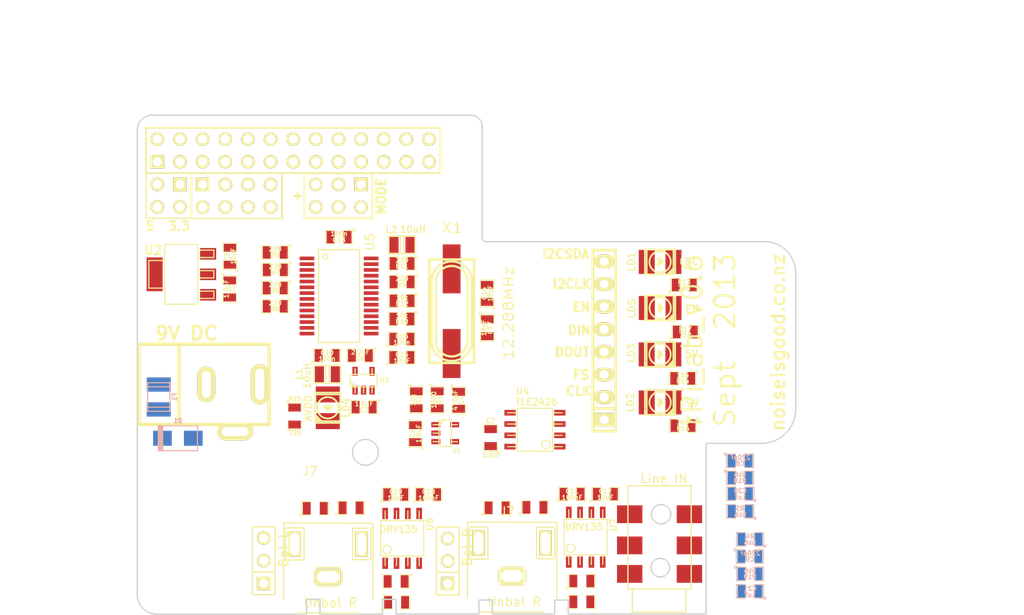
<source format=kicad_pcb>
(kicad_pcb (version 3) (host pcbnew "(2013-08-20 BZR 4294)-product")

  (general
    (links 156)
    (no_connects 156)
    (area 147.926667 98.030001 263.284763 172.202401)
    (thickness 1.6)
    (drawings 84)
    (tracks 0)
    (zones 0)
    (modules 76)
    (nets 76)
  )

  (page A3)
  (title_block
    (date "15 nov 2012")
    (rev 0.4)
    (comment 1 "FR4 Fiberglass PCB 1.6mm (0.063\") thickness")
  )

  (layers
    (15 F.Cu signal hide)
    (0 B.Cu signal hide)
    (16 B.Adhes user hide)
    (17 F.Adhes user hide)
    (18 B.Paste user hide)
    (19 F.Paste user hide)
    (20 B.SilkS user hide)
    (21 F.SilkS user)
    (22 B.Mask user hide)
    (23 F.Mask user hide)
    (24 Dwgs.User user)
    (25 Cmts.User user hide)
    (26 Eco1.User user hide)
    (27 Eco2.User user hide)
    (28 Edge.Cuts user)
  )

  (setup
    (last_trace_width 0.2)
    (user_trace_width 0.254)
    (user_trace_width 0.4572)
    (user_trace_width 0.6096)
    (user_trace_width 1.524)
    (user_trace_width 2.032)
    (trace_clearance 0.1524)
    (zone_clearance 0.508)
    (zone_45_only yes)
    (trace_min 0.1524)
    (segment_width 0.15)
    (edge_width 0.15)
    (via_size 0.8128)
    (via_drill 0.6096)
    (via_min_size 0.8)
    (via_min_drill 0.5)
    (uvia_size 0.5)
    (uvia_drill 0.1)
    (uvias_allowed no)
    (uvia_min_size 0.5)
    (uvia_min_drill 0.1)
    (pcb_text_width 0.3)
    (pcb_text_size 1 1)
    (mod_edge_width 0.15)
    (mod_text_size 1 1)
    (mod_text_width 0.15)
    (pad_size 4.50088 1.99898)
    (pad_drill 3.50012)
    (pad_to_mask_clearance 0.00254)
    (aux_axis_origin 164.27704 111.4552)
    (visible_elements 7FFFFFFF)
    (pcbplotparams
      (layerselection 284196865)
      (usegerberextensions true)
      (excludeedgelayer true)
      (linewidth 0.025400)
      (plotframeref false)
      (viasonmask false)
      (mode 1)
      (useauxorigin false)
      (hpglpennumber 1)
      (hpglpenspeed 20)
      (hpglpendiameter 15)
      (hpglpenoverlay 2)
      (psnegative false)
      (psa4output false)
      (plotreference true)
      (plotvalue true)
      (plotothertext false)
      (plotinvisibletext false)
      (padsonsilk true)
      (subtractmaskfromsilk false)
      (outputformat 1)
      (mirror false)
      (drillshape 0)
      (scaleselection 1)
      (outputdirectory "Gerber Files/"))
  )

  (net 0 "")
  (net 1 +3.3VDC)
  (net 2 +5VDC)
  (net 3 +9VDC)
  (net 4 AGND)
  (net 5 "DC IN")
  (net 6 DGND)
  (net 7 DVDD)
  (net 8 GPIO4)
  (net 9 I2C_CLK)
  (net 10 I2C_SDA)
  (net 11 INL)
  (net 12 INR)
  (net 13 LOUT)
  (net 14 N-0000010)
  (net 15 N-000002)
  (net 16 N-0000020)
  (net 17 N-0000023)
  (net 18 N-0000024)
  (net 19 N-0000025)
  (net 20 N-0000026)
  (net 21 N-0000027)
  (net 22 N-0000028)
  (net 23 N-0000029)
  (net 24 N-0000030)
  (net 25 N-0000031)
  (net 26 N-0000032)
  (net 27 N-0000033)
  (net 28 N-0000034)
  (net 29 N-0000035)
  (net 30 N-0000036)
  (net 31 N-0000037)
  (net 32 N-0000038)
  (net 33 N-0000039)
  (net 34 N-000004)
  (net 35 N-0000040)
  (net 36 N-0000041)
  (net 37 N-0000042)
  (net 38 N-0000043)
  (net 39 N-0000044)
  (net 40 N-0000046)
  (net 41 N-0000047)
  (net 42 N-0000048)
  (net 43 N-0000049)
  (net 44 N-000005)
  (net 45 N-0000050)
  (net 46 N-0000051)
  (net 47 N-0000052)
  (net 48 N-0000054)
  (net 49 N-0000055)
  (net 50 N-0000056)
  (net 51 N-0000057)
  (net 52 N-0000058)
  (net 53 N-0000059)
  (net 54 N-000006)
  (net 55 N-0000060)
  (net 56 N-0000062)
  (net 57 N-0000063)
  (net 58 N-0000064)
  (net 59 N-0000065)
  (net 60 N-0000066)
  (net 61 N-0000068)
  (net 62 N-0000069)
  (net 63 N-000007)
  (net 64 N-0000070)
  (net 65 N-0000071)
  (net 66 N-0000072)
  (net 67 N-0000073)
  (net 68 N-0000075)
  (net 69 N-000008)
  (net 70 PCM_CLK)
  (net 71 PCM_DIN)
  (net 72 PCM_DOUT)
  (net 73 PCM_FS)
  (net 74 ROUT)
  (net 75 VREF)

  (net_class Default "This is the default net class."
    (clearance 0.1524)
    (trace_width 0.2)
    (via_dia 0.8128)
    (via_drill 0.6096)
    (uvia_dia 0.5)
    (uvia_drill 0.1)
    (add_net "")
    (add_net +5VDC)
    (add_net GPIO4)
    (add_net I2C_CLK)
    (add_net I2C_SDA)
    (add_net INL)
    (add_net INR)
    (add_net LOUT)
    (add_net N-0000010)
    (add_net N-000002)
    (add_net N-0000020)
    (add_net N-0000023)
    (add_net N-0000024)
    (add_net N-0000025)
    (add_net N-0000026)
    (add_net N-0000027)
    (add_net N-0000028)
    (add_net N-0000029)
    (add_net N-0000030)
    (add_net N-0000031)
    (add_net N-0000032)
    (add_net N-0000033)
    (add_net N-0000034)
    (add_net N-0000035)
    (add_net N-0000036)
    (add_net N-0000037)
    (add_net N-0000038)
    (add_net N-0000039)
    (add_net N-000004)
    (add_net N-0000040)
    (add_net N-0000041)
    (add_net N-0000042)
    (add_net N-0000043)
    (add_net N-0000044)
    (add_net N-0000046)
    (add_net N-0000047)
    (add_net N-0000048)
    (add_net N-0000049)
    (add_net N-000005)
    (add_net N-0000050)
    (add_net N-0000051)
    (add_net N-0000052)
    (add_net N-0000054)
    (add_net N-0000055)
    (add_net N-0000056)
    (add_net N-0000057)
    (add_net N-0000058)
    (add_net N-0000059)
    (add_net N-000006)
    (add_net N-0000060)
    (add_net N-0000062)
    (add_net N-0000063)
    (add_net N-0000064)
    (add_net N-0000065)
    (add_net N-0000066)
    (add_net N-0000068)
    (add_net N-0000069)
    (add_net N-000007)
    (add_net N-0000070)
    (add_net N-0000071)
    (add_net N-0000072)
    (add_net N-0000073)
    (add_net N-0000075)
    (add_net N-000008)
    (add_net PCM_CLK)
    (add_net PCM_DIN)
    (add_net PCM_DOUT)
    (add_net PCM_FS)
    (add_net ROUT)
  )

  (net_class Power ""
    (clearance 0.1524)
    (trace_width 0.635)
    (via_dia 1.016)
    (via_drill 0.6096)
    (uvia_dia 0.5)
    (uvia_drill 0.1)
    (add_net +3.3VDC)
    (add_net +9VDC)
    (add_net AGND)
    (add_net "DC IN")
    (add_net DGND)
    (add_net DVDD)
    (add_net VREF)
  )

  (module dc_socket (layer F.Cu) (tedit 524514A4) (tstamp 52356576)
    (at 171.31 141.26 270)
    (descr "Socket, DC power supply")
    (path /51CFF17D)
    (fp_text reference P1 (at 9.58 6.48 270) (layer F.SilkS) hide
      (effects (font (thickness 0.3048)))
    )
    (fp_text value "9V DC" (at -5.72 1.98 360) (layer F.SilkS)
      (effects (font (thickness 0.3048)))
    )
    (fp_line (start -4.50088 2.79908) (end 4.50088 2.79908) (layer F.SilkS) (width 0.381))
    (fp_line (start -4.50088 7.29996) (end 4.50088 7.29996) (layer F.SilkS) (width 0.381))
    (fp_line (start 4.50088 7.29996) (end 4.50088 -7.29996) (layer F.SilkS) (width 0.381))
    (fp_line (start 4.50088 -7.29996) (end -4.50088 -7.29996) (layer F.SilkS) (width 0.381))
    (fp_line (start -4.50088 -7.29996) (end -4.50088 7.29996) (layer F.SilkS) (width 0.381))
    (pad 3 thru_hole oval (at 5.30098 -3.50012 270) (size 1.99898 4.0005) (drill oval 1.00076 2.99974)
      (layers *.Cu *.Mask F.SilkS)
    )
    (pad 1 thru_hole oval (at 0 -0.24892 270) (size 4.0005 1.99898) (drill oval 2.99974 1.00076)
      (layers *.Cu *.Mask F.SilkS)
      (net 4 AGND)
    )
    (pad 2 thru_hole oval (at 0 -6.25094 270) (size 4.50088 1.99898) (drill oval 3.50012 1.00076)
      (layers *.Cu *.Mask F.SilkS)
      (net 45 N-0000050)
    )
    (model walter/conn_misc/dc_socket.wrl
      (at (xyz 0 0 0))
      (scale (xyz 1 1 1))
      (rotate (xyz 0 0 0))
    )
  )

  (module RCA_switchcraft (layer F.Cu) (tedit 523973B2) (tstamp 523974CE)
    (at 205.86 162.78)
    (path /52351008)
    (fp_text reference J7 (at -0.525 -7.225) (layer F.SilkS)
      (effects (font (size 1 1) (thickness 0.15)))
    )
    (fp_text value "Unbal R" (at 0.25 2.9) (layer F.SilkS)
      (effects (font (size 1 1) (thickness 0.15)))
    )
    (fp_line (start 4.2 9) (end 4.2 4.075) (layer Eco1.User) (width 0.15))
    (fp_line (start 5.025 2.475) (end 5.025 4.05) (layer Eco2.User) (width 0.15))
    (fp_line (start 5.025 4.05) (end 3.5 4.05) (layer Eco2.User) (width 0.15))
    (fp_line (start -4.175 9) (end -4.175 4.05) (layer Eco1.User) (width 0.15))
    (fp_line (start -5 2.5) (end -5 4.05) (layer Eco2.User) (width 0.15))
    (fp_line (start -5 4.05) (end -3.475 4.05) (layer Eco2.User) (width 0.15))
    (fp_line (start -3.5 4.05) (end 3.5 4.05) (layer F.SilkS) (width 0.15))
    (fp_line (start -5 2.5) (end -5 -6.05) (layer F.SilkS) (width 0.15))
    (fp_line (start 5.025 2.5) (end 5.025 -6.025) (layer F.SilkS) (width 0.15))
    (fp_line (start 3.5 4) (end 3.5 2.5) (layer Eco2.User) (width 0.15))
    (fp_line (start 3.5 2.5) (end 5 2.5) (layer Eco2.User) (width 0.15))
    (fp_line (start -3.5 4) (end -3.5 2.5) (layer Eco2.User) (width 0.15))
    (fp_line (start -3.5 2.5) (end -5 2.5) (layer Eco2.User) (width 0.15))
    (fp_line (start -4.2 9) (end 4.2 9) (layer Eco1.User) (width 0.15))
    (fp_line (start -5 -6.05) (end 5 -6.025) (layer F.SilkS) (width 0.15))
    (fp_line (start 2.75 -1.95) (end 4.775 -1.95) (layer F.SilkS) (width 0.15))
    (fp_line (start 4.775 -1.95) (end 4.775 -5.45) (layer F.SilkS) (width 0.15))
    (fp_line (start 2.75 -5.475) (end 4.8 -5.475) (layer F.SilkS) (width 0.15))
    (fp_line (start 2.75 -1.95) (end 2.75 -5.5) (layer F.SilkS) (width 0.15))
    (fp_line (start -4.725 -5.5) (end -2.7 -5.5) (layer F.SilkS) (width 0.15))
    (fp_line (start -2.7 -5.5) (end -2.7 -1.9) (layer F.SilkS) (width 0.15))
    (fp_line (start -2.7 -1.9) (end -4.8 -1.9) (layer F.SilkS) (width 0.15))
    (fp_line (start -4.8 -1.9) (end -4.8 -5.475) (layer F.SilkS) (width 0.15))
    (fp_line (start -1.25 -1.05) (end 1.25 -1.05) (layer F.SilkS) (width 0.15))
    (fp_line (start 1.575 -0.65) (end 1.575 0.65) (layer F.SilkS) (width 0.15))
    (fp_line (start 1.25 1.025) (end -1.25 1.025) (layer F.SilkS) (width 0.15))
    (fp_line (start -1.55 0.65) (end -1.55 -0.625) (layer F.SilkS) (width 0.15))
    (pad 3 thru_hole rect (at 3.75 -3.7) (size 1.4 2.9) (drill oval 1 2.5)
      (layers *.Cu *.Mask F.SilkS)
    )
    (pad 1 thru_hole rect (at 0 0) (size 2.8 1.8) (drill oval 2.5 1.3)
      (layers *.Cu *.Mask F.SilkS)
      (net 4 AGND)
    )
    (pad 2 thru_hole rect (at -3.75 -3.7) (size 1.4 2.9) (drill oval 1 2.5)
      (layers *.Cu *.Mask F.SilkS)
      (net 68 N-0000075)
    )
  )

  (module ssop-28 (layer F.Cu) (tedit 5236B43A) (tstamp 520CBE06)
    (at 186.4608 131.3424 270)
    (descr SSOP-16)
    (path /51D91206)
    (attr smd)
    (fp_text reference U5 (at -6.0706 -3.4544 270) (layer F.SilkS)
      (effects (font (size 1.00076 1.00076) (thickness 0.14986)))
    )
    (fp_text value WM8731 (at 0.45212 0.07112 270) (layer F.SilkS) hide
      (effects (font (size 1.00076 1.00076) (thickness 0.14986)))
    )
    (fp_line (start 5.19938 -2.30124) (end 5.19938 2.30124) (layer F.SilkS) (width 0.14986))
    (fp_line (start -5.19938 2.30124) (end -5.19938 -2.30124) (layer F.SilkS) (width 0.14986))
    (fp_line (start -5.19938 -2.30124) (end 5.19938 -2.30124) (layer F.SilkS) (width 0.14986))
    (fp_line (start 5.19938 2.30124) (end -5.19938 2.30124) (layer F.SilkS) (width 0.14986))
    (fp_circle (center -4.43992 1.53416) (end -4.56692 1.78816) (layer F.SilkS) (width 0.14986))
    (pad 7 smd rect (at -0.32512 3.59918 270) (size 0.4064 1.651)
      (layers F.Cu F.Paste F.Mask)
      (net 64 N-0000070)
    )
    (pad 8 smd rect (at 0.32512 3.59918 270) (size 0.4064 1.651)
      (layers F.Cu F.Paste F.Mask)
      (net 1 +3.3VDC)
    )
    (pad 9 smd rect (at 0.97536 3.59918 270) (size 0.4064 1.651)
      (layers F.Cu F.Paste F.Mask)
      (net 38 N-0000043)
    )
    (pad 10 smd rect (at 1.6256 3.59918 270) (size 0.4064 1.651)
      (layers F.Cu F.Paste F.Mask)
      (net 39 N-0000044)
    )
    (pad 25 smd rect (at -2.27584 -3.59918 270) (size 0.4064 1.651)
      (layers F.Cu F.Paste F.Mask)
      (net 65 N-0000071)
    )
    (pad 4 smd rect (at -2.27584 3.59918 270) (size 0.4064 1.651)
      (layers F.Cu F.Paste F.Mask)
      (net 69 N-000008)
    )
    (pad 5 smd rect (at -1.6256 3.59918 270) (size 0.4064 1.651)
      (layers F.Cu F.Paste F.Mask)
      (net 64 N-0000070)
    )
    (pad 6 smd rect (at -0.97536 3.59918 270) (size 0.4064 1.651)
      (layers F.Cu F.Paste F.Mask)
      (net 63 N-000007)
    )
    (pad 18 smd rect (at 2.27584 -3.59918 270) (size 0.4064 1.651)
      (layers F.Cu F.Paste F.Mask)
      (net 60 N-0000066)
    )
    (pad 19 smd rect (at 1.6256 -3.59918 270) (size 0.4064 1.651)
      (layers F.Cu F.Paste F.Mask)
      (net 12 INR)
    )
    (pad 20 smd rect (at 0.97536 -3.59918 270) (size 0.4064 1.651)
      (layers F.Cu F.Paste F.Mask)
      (net 11 INL)
    )
    (pad 21 smd rect (at 0.32512 -3.59918 270) (size 0.4064 1.651)
      (layers F.Cu F.Paste F.Mask)
      (net 61 N-0000068)
    )
    (pad 22 smd rect (at -0.32512 -3.59918 270) (size 0.4064 1.651)
      (layers F.Cu F.Paste F.Mask)
      (net 15 N-000002)
    )
    (pad 23 smd rect (at -0.97536 -3.59918 270) (size 0.4064 1.651)
      (layers F.Cu F.Paste F.Mask)
      (net 62 N-0000069)
    )
    (pad 11 smd rect (at 2.27584 3.59918 270) (size 0.4064 1.651)
      (layers F.Cu F.Paste F.Mask)
      (net 4 AGND)
    )
    (pad 24 smd rect (at -1.6256 -3.59918 270) (size 0.4064 1.651)
      (layers F.Cu F.Paste F.Mask)
      (net 56 N-0000062)
    )
    (pad 26 smd rect (at -2.92608 -3.59918 270) (size 0.4064 1.651)
      (layers F.Cu F.Paste F.Mask)
      (net 57 N-0000063)
    )
    (pad 27 smd rect (at -3.57378 -3.59918 270) (size 0.4064 1.651)
      (layers F.Cu F.Paste F.Mask)
      (net 59 N-0000065)
    )
    (pad 28 smd rect (at -4.22402 -3.59918 270) (size 0.4064 1.651)
      (layers F.Cu F.Paste F.Mask)
      (net 6 DGND)
    )
    (pad 1 smd rect (at -4.22402 3.59918 270) (size 0.4064 1.651)
      (layers F.Cu F.Paste F.Mask)
      (net 59 N-0000065)
    )
    (pad 2 smd rect (at -3.57378 3.59918 270) (size 0.4064 1.651)
      (layers F.Cu F.Paste F.Mask)
      (net 41 N-0000047)
    )
    (pad 3 smd rect (at -2.92608 3.59918 270) (size 0.4064 1.651)
      (layers F.Cu F.Paste F.Mask)
      (net 54 N-000006)
    )
    (pad 12 smd rect (at 2.92608 3.59918 270) (size 0.4064 1.651)
      (layers F.Cu F.Paste F.Mask)
      (net 13 LOUT)
    )
    (pad 13 smd rect (at 3.57378 3.59918 270) (size 0.4064 1.651)
      (layers F.Cu F.Paste F.Mask)
      (net 74 ROUT)
    )
    (pad 14 smd rect (at 4.22402 3.59918 270) (size 0.4064 1.651)
      (layers F.Cu F.Paste F.Mask)
      (net 53 N-0000059)
    )
    (pad 15 smd rect (at 4.22402 -3.59918 270) (size 0.4064 1.651)
      (layers F.Cu F.Paste F.Mask)
      (net 4 AGND)
    )
    (pad 16 smd rect (at 3.57378 -3.59918 270) (size 0.4064 1.651)
      (layers F.Cu F.Paste F.Mask)
      (net 52 N-0000058)
    )
    (pad 17 smd rect (at 2.92608 -3.59918 270) (size 0.4064 1.651)
      (layers F.Cu F.Paste F.Mask)
      (net 58 N-0000064)
    )
    (model "C:/Program Files/KiCad/bin/packages3d/smd/smd_dil/ssop-28.wrl"
      (at (xyz 0 0 0))
      (scale (xyz 1 1 1))
      (rotate (xyz 0 0 0))
    )
  )

  (module pin_array_13x2 (layer F.Cu) (tedit 52358A0E) (tstamp 52073251)
    (at 181.31908 115.00202)
    (descr "2 x 13 pins connector")
    (tags CONN)
    (path /520597C0)
    (fp_text reference J1 (at 17.60356 -1.80438) (layer F.SilkS) hide
      (effects (font (size 1.016 1.016) (thickness 0.2032)))
    )
    (fp_text value RASPI_IO_HEADER (at 7.62 -3.81) (layer F.SilkS) hide
      (effects (font (size 1.016 1.016) (thickness 0.2032)))
    )
    (fp_line (start -16.51 2.54) (end 16.51 2.54) (layer F.SilkS) (width 0.2032))
    (fp_line (start 16.51 -2.54) (end -16.51 -2.54) (layer F.SilkS) (width 0.2032))
    (fp_line (start -16.51 -2.54) (end -16.51 2.54) (layer F.SilkS) (width 0.2032))
    (fp_line (start 16.51 2.54) (end 16.51 -2.54) (layer F.SilkS) (width 0.2032))
    (pad 1 thru_hole rect (at -15.24 1.27) (size 1.524 1.524) (drill 1.016)
      (layers *.Cu *.Mask F.SilkS)
      (net 35 N-0000040)
    )
    (pad 2 thru_hole circle (at -15.24 -1.27) (size 1.524 1.524) (drill 1.016)
      (layers *.Cu *.Mask F.SilkS)
      (net 2 +5VDC)
    )
    (pad 3 thru_hole circle (at -12.7 1.27) (size 1.524 1.524) (drill 1.016)
      (layers *.Cu *.Mask F.SilkS)
      (net 10 I2C_SDA)
    )
    (pad 4 thru_hole circle (at -12.7 -1.27) (size 1.524 1.524) (drill 1.016)
      (layers *.Cu *.Mask F.SilkS)
      (net 2 +5VDC)
    )
    (pad 5 thru_hole circle (at -10.16 1.27) (size 1.524 1.524) (drill 1.016)
      (layers *.Cu *.Mask F.SilkS)
      (net 9 I2C_CLK)
    )
    (pad 6 thru_hole circle (at -10.16 -1.27) (size 1.524 1.524) (drill 1.016)
      (layers *.Cu *.Mask F.SilkS)
      (net 6 DGND)
    )
    (pad 7 thru_hole circle (at -7.62 1.27) (size 1.524 1.524) (drill 1.016)
      (layers *.Cu *.Mask F.SilkS)
      (net 8 GPIO4)
    )
    (pad 8 thru_hole circle (at -7.62 -1.27) (size 1.524 1.524) (drill 1.016)
      (layers *.Cu *.Mask F.SilkS)
      (net 31 N-0000037)
    )
    (pad 9 thru_hole circle (at -5.08 1.27) (size 1.524 1.524) (drill 1.016)
      (layers *.Cu *.Mask F.SilkS)
      (net 6 DGND)
    )
    (pad 10 thru_hole circle (at -5.08 -1.27) (size 1.524 1.524) (drill 1.016)
      (layers *.Cu *.Mask F.SilkS)
      (net 36 N-0000041)
    )
    (pad 11 thru_hole circle (at -2.54 1.27) (size 1.524 1.524) (drill 1.016)
      (layers *.Cu *.Mask F.SilkS)
      (net 33 N-0000039)
    )
    (pad 12 thru_hole circle (at -2.54 -1.27) (size 1.524 1.524) (drill 1.016)
      (layers *.Cu *.Mask F.SilkS)
      (net 21 N-0000027)
    )
    (pad 13 thru_hole circle (at 0 1.27) (size 1.524 1.524) (drill 1.016)
      (layers *.Cu *.Mask F.SilkS)
      (net 32 N-0000038)
    )
    (pad 14 thru_hole circle (at 0 -1.27) (size 1.524 1.524) (drill 1.016)
      (layers *.Cu *.Mask F.SilkS)
      (net 6 DGND)
    )
    (pad 15 thru_hole circle (at 2.54 1.27) (size 1.524 1.524) (drill 1.016)
      (layers *.Cu *.Mask F.SilkS)
      (net 20 N-0000026)
    )
    (pad 16 thru_hole circle (at 2.54 -1.27) (size 1.524 1.524) (drill 1.016)
      (layers *.Cu *.Mask F.SilkS)
      (net 22 N-0000028)
    )
    (pad 17 thru_hole circle (at 5.08 1.27) (size 1.524 1.524) (drill 1.016)
      (layers *.Cu *.Mask F.SilkS)
      (net 30 N-0000036)
    )
    (pad 18 thru_hole circle (at 5.08 -1.27) (size 1.524 1.524) (drill 1.016)
      (layers *.Cu *.Mask F.SilkS)
      (net 23 N-0000029)
    )
    (pad 19 thru_hole circle (at 7.62 1.27) (size 1.524 1.524) (drill 1.016)
      (layers *.Cu *.Mask F.SilkS)
      (net 29 N-0000035)
    )
    (pad 20 thru_hole circle (at 7.62 -1.27) (size 1.524 1.524) (drill 1.016)
      (layers *.Cu *.Mask F.SilkS)
      (net 6 DGND)
    )
    (pad 21 thru_hole circle (at 10.16 1.27) (size 1.524 1.524) (drill 1.016)
      (layers *.Cu *.Mask F.SilkS)
      (net 28 N-0000034)
    )
    (pad 22 thru_hole circle (at 10.16 -1.27) (size 1.524 1.524) (drill 1.016)
      (layers *.Cu *.Mask F.SilkS)
      (net 24 N-0000030)
    )
    (pad 23 thru_hole circle (at 12.7 1.27) (size 1.524 1.524) (drill 1.016)
      (layers *.Cu *.Mask F.SilkS)
      (net 27 N-0000033)
    )
    (pad 24 thru_hole circle (at 12.7 -1.27) (size 1.524 1.524) (drill 1.016)
      (layers *.Cu *.Mask F.SilkS)
      (net 25 N-0000031)
    )
    (pad 25 thru_hole circle (at 15.24 1.27) (size 1.524 1.524) (drill 1.016)
      (layers *.Cu *.Mask F.SilkS)
      (net 6 DGND)
    )
    (pad 26 thru_hole circle (at 15.24 -1.27) (size 1.524 1.524) (drill 1.016)
      (layers *.Cu *.Mask F.SilkS)
      (net 26 N-0000032)
    )
    (model shapes3D/C__Program_Files_KiCad_bin_packages3d_connectors_header_sockets_socket_13x2.wrl
      (at (xyz 0 0 0))
      (scale (xyz 1 1 1))
      (rotate (xyz 180 0 0))
    )
  )

  (module sot23-5 (layer F.Cu) (tedit 52358A8A) (tstamp 520CBDA8)
    (at 198.37 146.74 270)
    (descr SOT23-5)
    (path /52021ABD)
    (fp_text reference U1 (at 1.92 -1.3 360) (layer F.SilkS)
      (effects (font (size 0.50038 0.50038) (thickness 0.09906)))
    )
    (fp_text value MIC5207BM5 (at 2.21488 -0.46736 360) (layer F.SilkS) hide
      (effects (font (size 0.50038 0.50038) (thickness 0.09906)))
    )
    (fp_line (start -0.8509 0.6985) (end -1.4986 0.0508) (layer F.SilkS) (width 0.127))
    (fp_line (start -1.0033 0.6985) (end -1.4986 0.2032) (layer F.SilkS) (width 0.127))
    (fp_line (start 0.9525 -0.6985) (end 0.9525 -1.3589) (layer F.SilkS) (width 0.127))
    (fp_line (start -0.9525 -0.6985) (end -0.9525 -1.3589) (layer F.SilkS) (width 0.127))
    (fp_line (start 0 0.6985) (end 0 1.3589) (layer F.SilkS) (width 0.127))
    (fp_line (start 0.9525 0.6985) (end 0.9525 1.3589) (layer F.SilkS) (width 0.127))
    (fp_line (start -0.9525 0.6985) (end -0.9525 1.3589) (layer F.SilkS) (width 0.127))
    (fp_line (start -1.4986 -0.6985) (end 1.4986 -0.6985) (layer F.SilkS) (width 0.127))
    (fp_line (start 1.4986 -0.6985) (end 1.4986 0.6985) (layer F.SilkS) (width 0.127))
    (fp_line (start 1.4986 0.6985) (end -1.4986 0.6985) (layer F.SilkS) (width 0.127))
    (fp_line (start -1.4986 0.6985) (end -1.4986 -0.6985) (layer F.SilkS) (width 0.127))
    (pad 1 smd rect (at -0.9525 1.05664 270) (size 0.59944 1.00076)
      (layers F.Cu F.Paste F.Mask)
      (net 5 "DC IN")
    )
    (pad 3 smd rect (at 0.9525 1.05664 270) (size 0.59944 1.00076)
      (layers F.Cu F.Paste F.Mask)
      (net 8 GPIO4)
    )
    (pad 2 smd rect (at 0 1.05664 270) (size 0.59944 1.00076)
      (layers F.Cu F.Paste F.Mask)
      (net 4 AGND)
    )
    (pad 4 smd rect (at 0.9525 -1.05664 270) (size 0.59944 1.00076)
      (layers F.Cu F.Paste F.Mask)
      (net 48 N-0000054)
    )
    (pad 5 smd rect (at -0.9525 -1.05664 270) (size 0.59944 1.00076)
      (layers F.Cu F.Paste F.Mask)
      (net 3 +9VDC)
    )
    (model walter/smd_trans/sot23-5.wrl
      (at (xyz 0 0 0))
      (scale (xyz 1 1 1))
      (rotate (xyz 0 0 0))
    )
  )

  (module crystal_hc-49/smd (layer F.Cu) (tedit 5236BC89) (tstamp 520CBE44)
    (at 199.09 133.05 270)
    (descr "Crystal, HC-49/SMD")
    (tags QUARTZ)
    (path /5200132E)
    (autoplace_cost180 10)
    (fp_text reference X1 (at -9.37 -0.03 540) (layer F.SilkS)
      (effects (font (size 1.143 1.27) (thickness 0.1524)))
    )
    (fp_text value 12.288MHz (at 0.23 -6.38 450) (layer F.SilkS)
      (effects (font (size 1.143 1.27) (thickness 0.1524)))
    )
    (fp_line (start -5.79882 -2.49936) (end -5.79882 2.49936) (layer F.SilkS) (width 0.29972))
    (fp_line (start -5.79882 2.49936) (end 5.79882 2.49936) (layer F.SilkS) (width 0.29972))
    (fp_line (start 5.79882 2.49936) (end 5.79882 -2.49936) (layer F.SilkS) (width 0.29972))
    (fp_line (start 5.79882 -2.49936) (end -5.79882 -2.49936) (layer F.SilkS) (width 0.29972))
    (fp_arc (start 3.302 0) (end 3.302 -2.286) (angle 90) (layer F.SilkS) (width 0.254))
    (fp_line (start -3.302 1.778) (end 3.302 1.778) (layer F.SilkS) (width 0.254))
    (fp_line (start 3.302 -1.778) (end -3.302 -1.778) (layer F.SilkS) (width 0.254))
    (fp_arc (start 3.302 0) (end 5.08 0) (angle 90) (layer F.SilkS) (width 0.254))
    (fp_arc (start 3.302 0) (end 3.302 -1.778) (angle 90) (layer F.SilkS) (width 0.254))
    (fp_arc (start -3.302 0) (end -3.302 1.778) (angle 90) (layer F.SilkS) (width 0.254))
    (fp_arc (start -3.302 0) (end -5.08 0) (angle 90) (layer F.SilkS) (width 0.254))
    (fp_arc (start 3.302 0) (end 5.588 0) (angle 90) (layer F.SilkS) (width 0.254))
    (fp_line (start 3.302 2.286) (end -3.302 2.286) (layer F.SilkS) (width 0.254))
    (fp_line (start -3.302 -2.286) (end 3.302 -2.286) (layer F.SilkS) (width 0.254))
    (fp_arc (start -3.302 0) (end -3.302 2.286) (angle 90) (layer F.SilkS) (width 0.254))
    (fp_arc (start -3.302 0) (end -5.588 0) (angle 90) (layer F.SilkS) (width 0.254))
    (pad 1 smd rect (at -4.7498 0 270) (size 5.4991 1.99898)
      (layers F.Cu F.Paste F.Mask)
      (net 57 N-0000063)
    )
    (pad 2 smd rect (at 4.7498 0 270) (size 5.4991 1.99898)
      (layers F.Cu F.Paste F.Mask)
      (net 65 N-0000071)
    )
    (model "C:/Program Files/KiCad/bin/packages3d/smd/smd_crystal&oscillator/crystal_hc-49-smd.wrl"
      (at (xyz 0 0 0))
      (scale (xyz 1 1 1))
      (rotate (xyz 0 0 0))
    )
  )

  (module SM0805 (layer F.Cu) (tedit 520EEB63) (tstamp 5213DCC6)
    (at 208.43 155.07)
    (attr smd)
    (fp_text reference "" (at 0 -0.3175) (layer F.SilkS)
      (effects (font (size 0.50038 0.50038) (thickness 0.10922)))
    )
    (fp_text value "" (at 0 0.381) (layer F.SilkS)
      (effects (font (size 0.50038 0.50038) (thickness 0.10922)))
    )
    (fp_circle (center -1.651 0.762) (end -1.651 0.635) (layer F.SilkS) (width 0.09906))
    (fp_line (start -0.508 0.762) (end -1.524 0.762) (layer F.SilkS) (width 0.09906))
    (fp_line (start -1.524 0.762) (end -1.524 -0.762) (layer F.SilkS) (width 0.09906))
    (fp_line (start -1.524 -0.762) (end -0.508 -0.762) (layer F.SilkS) (width 0.09906))
    (fp_line (start 0.508 -0.762) (end 1.524 -0.762) (layer F.SilkS) (width 0.09906))
    (fp_line (start 1.524 -0.762) (end 1.524 0.762) (layer F.SilkS) (width 0.09906))
    (fp_line (start 1.524 0.762) (end 0.508 0.762) (layer F.SilkS) (width 0.09906))
    (pad 1 smd rect (at -0.9525 0) (size 0.889 1.397)
      (layers F.Cu F.Paste F.Mask)
    )
    (pad 2 smd rect (at 0.9525 0) (size 0.889 1.397)
      (layers F.Cu F.Paste F.Mask)
    )
    (model smd/chip_cms.wrl
      (at (xyz 0 0 0))
      (scale (xyz 0.1 0.1 0.1))
      (rotate (xyz 0 0 0))
    )
  )

  (module SM0805 (layer F.Cu) (tedit 520EEB75) (tstamp 5213DD0D)
    (at 204.19 155.12)
    (attr smd)
    (fp_text reference "" (at 0 -0.3175) (layer F.SilkS)
      (effects (font (size 0.50038 0.50038) (thickness 0.10922)))
    )
    (fp_text value "" (at 0 0.381) (layer F.SilkS)
      (effects (font (size 0.50038 0.50038) (thickness 0.10922)))
    )
    (fp_circle (center -1.651 0.762) (end -1.651 0.635) (layer F.SilkS) (width 0.09906))
    (fp_line (start -0.508 0.762) (end -1.524 0.762) (layer F.SilkS) (width 0.09906))
    (fp_line (start -1.524 0.762) (end -1.524 -0.762) (layer F.SilkS) (width 0.09906))
    (fp_line (start -1.524 -0.762) (end -0.508 -0.762) (layer F.SilkS) (width 0.09906))
    (fp_line (start 0.508 -0.762) (end 1.524 -0.762) (layer F.SilkS) (width 0.09906))
    (fp_line (start 1.524 -0.762) (end 1.524 0.762) (layer F.SilkS) (width 0.09906))
    (fp_line (start 1.524 0.762) (end 0.508 0.762) (layer F.SilkS) (width 0.09906))
    (pad 1 smd rect (at -0.9525 0) (size 0.889 1.397)
      (layers F.Cu F.Paste F.Mask)
    )
    (pad 2 smd rect (at 0.9525 0) (size 0.889 1.397)
      (layers F.Cu F.Paste F.Mask)
    )
    (model smd/chip_cms.wrl
      (at (xyz 0 0 0))
      (scale (xyz 0.1 0.1 0.1))
      (rotate (xyz 0 0 0))
    )
  )

  (module SM0805 (layer F.Cu) (tedit 520EEB8F) (tstamp 5213DD76)
    (at 213.69 165.68)
    (attr smd)
    (fp_text reference "" (at 0 -0.3175) (layer F.SilkS)
      (effects (font (size 0.50038 0.50038) (thickness 0.10922)))
    )
    (fp_text value "" (at 0 0.381) (layer F.SilkS)
      (effects (font (size 0.50038 0.50038) (thickness 0.10922)))
    )
    (fp_circle (center -1.651 0.762) (end -1.651 0.635) (layer F.SilkS) (width 0.09906))
    (fp_line (start -0.508 0.762) (end -1.524 0.762) (layer F.SilkS) (width 0.09906))
    (fp_line (start -1.524 0.762) (end -1.524 -0.762) (layer F.SilkS) (width 0.09906))
    (fp_line (start -1.524 -0.762) (end -0.508 -0.762) (layer F.SilkS) (width 0.09906))
    (fp_line (start 0.508 -0.762) (end 1.524 -0.762) (layer F.SilkS) (width 0.09906))
    (fp_line (start 1.524 -0.762) (end 1.524 0.762) (layer F.SilkS) (width 0.09906))
    (fp_line (start 1.524 0.762) (end 0.508 0.762) (layer F.SilkS) (width 0.09906))
    (pad 1 smd rect (at -0.9525 0) (size 0.889 1.397)
      (layers F.Cu F.Paste F.Mask)
    )
    (pad 2 smd rect (at 0.9525 0) (size 0.889 1.397)
      (layers F.Cu F.Paste F.Mask)
    )
    (model smd/chip_cms.wrl
      (at (xyz 0 0 0))
      (scale (xyz 0.1 0.1 0.1))
      (rotate (xyz 0 0 0))
    )
  )

  (module SM0805 (layer F.Cu) (tedit 520EEBA1) (tstamp 5213DD8F)
    (at 213.69 163.34)
    (attr smd)
    (fp_text reference "" (at 0 -0.3175) (layer F.SilkS)
      (effects (font (size 0.50038 0.50038) (thickness 0.10922)))
    )
    (fp_text value "" (at 0 0.381) (layer F.SilkS)
      (effects (font (size 0.50038 0.50038) (thickness 0.10922)))
    )
    (fp_circle (center -1.651 0.762) (end -1.651 0.635) (layer F.SilkS) (width 0.09906))
    (fp_line (start -0.508 0.762) (end -1.524 0.762) (layer F.SilkS) (width 0.09906))
    (fp_line (start -1.524 0.762) (end -1.524 -0.762) (layer F.SilkS) (width 0.09906))
    (fp_line (start -1.524 -0.762) (end -0.508 -0.762) (layer F.SilkS) (width 0.09906))
    (fp_line (start 0.508 -0.762) (end 1.524 -0.762) (layer F.SilkS) (width 0.09906))
    (fp_line (start 1.524 -0.762) (end 1.524 0.762) (layer F.SilkS) (width 0.09906))
    (fp_line (start 1.524 0.762) (end 0.508 0.762) (layer F.SilkS) (width 0.09906))
    (pad 1 smd rect (at -0.9525 0) (size 0.889 1.397)
      (layers F.Cu F.Paste F.Mask)
    )
    (pad 2 smd rect (at 0.9525 0) (size 0.889 1.397)
      (layers F.Cu F.Paste F.Mask)
    )
    (model smd/chip_cms.wrl
      (at (xyz 0 0 0))
      (scale (xyz 0.1 0.1 0.1))
      (rotate (xyz 0 0 0))
    )
  )

  (module SM0805 (layer F.Cu) (tedit 520EEB4C) (tstamp 5213DDCC)
    (at 192.915 165.735)
    (attr smd)
    (fp_text reference "" (at 0 -0.3175) (layer F.SilkS)
      (effects (font (size 0.50038 0.50038) (thickness 0.10922)))
    )
    (fp_text value "" (at 0 0.381) (layer F.SilkS)
      (effects (font (size 0.50038 0.50038) (thickness 0.10922)))
    )
    (fp_circle (center -1.651 0.762) (end -1.651 0.635) (layer F.SilkS) (width 0.09906))
    (fp_line (start -0.508 0.762) (end -1.524 0.762) (layer F.SilkS) (width 0.09906))
    (fp_line (start -1.524 0.762) (end -1.524 -0.762) (layer F.SilkS) (width 0.09906))
    (fp_line (start -1.524 -0.762) (end -0.508 -0.762) (layer F.SilkS) (width 0.09906))
    (fp_line (start 0.508 -0.762) (end 1.524 -0.762) (layer F.SilkS) (width 0.09906))
    (fp_line (start 1.524 -0.762) (end 1.524 0.762) (layer F.SilkS) (width 0.09906))
    (fp_line (start 1.524 0.762) (end 0.508 0.762) (layer F.SilkS) (width 0.09906))
    (pad 1 smd rect (at -0.9525 0) (size 0.889 1.397)
      (layers F.Cu F.Paste F.Mask)
    )
    (pad 2 smd rect (at 0.9525 0) (size 0.889 1.397)
      (layers F.Cu F.Paste F.Mask)
    )
    (model smd/chip_cms.wrl
      (at (xyz 0 0 0))
      (scale (xyz 0.1 0.1 0.1))
      (rotate (xyz 0 0 0))
    )
  )

  (module SM0805 (layer F.Cu) (tedit 520EEB3A) (tstamp 5213DDE5)
    (at 192.865 163.385 180)
    (attr smd)
    (fp_text reference "" (at 0 -0.3175 180) (layer F.SilkS)
      (effects (font (size 0.50038 0.50038) (thickness 0.10922)))
    )
    (fp_text value "" (at 0 0.381 180) (layer F.SilkS)
      (effects (font (size 0.50038 0.50038) (thickness 0.10922)))
    )
    (fp_circle (center -1.651 0.762) (end -1.651 0.635) (layer F.SilkS) (width 0.09906))
    (fp_line (start -0.508 0.762) (end -1.524 0.762) (layer F.SilkS) (width 0.09906))
    (fp_line (start -1.524 0.762) (end -1.524 -0.762) (layer F.SilkS) (width 0.09906))
    (fp_line (start -1.524 -0.762) (end -0.508 -0.762) (layer F.SilkS) (width 0.09906))
    (fp_line (start 0.508 -0.762) (end 1.524 -0.762) (layer F.SilkS) (width 0.09906))
    (fp_line (start 1.524 -0.762) (end 1.524 0.762) (layer F.SilkS) (width 0.09906))
    (fp_line (start 1.524 0.762) (end 0.508 0.762) (layer F.SilkS) (width 0.09906))
    (pad 1 smd rect (at -0.9525 0 180) (size 0.889 1.397)
      (layers F.Cu F.Paste F.Mask)
    )
    (pad 2 smd rect (at 0.9525 0 180) (size 0.889 1.397)
      (layers F.Cu F.Paste F.Mask)
    )
    (model smd/chip_cms.wrl
      (at (xyz 0 0 0))
      (scale (xyz 0.1 0.1 0.1))
      (rotate (xyz 0 0 0))
    )
  )

  (module SM0805 (layer F.Cu) (tedit 520EEB13) (tstamp 5213DE13)
    (at 187.81 155.12)
    (attr smd)
    (fp_text reference "" (at 0 -0.3175) (layer F.SilkS)
      (effects (font (size 0.50038 0.50038) (thickness 0.10922)))
    )
    (fp_text value "" (at 0 0.381) (layer F.SilkS)
      (effects (font (size 0.50038 0.50038) (thickness 0.10922)))
    )
    (fp_circle (center -1.651 0.762) (end -1.651 0.635) (layer F.SilkS) (width 0.09906))
    (fp_line (start -0.508 0.762) (end -1.524 0.762) (layer F.SilkS) (width 0.09906))
    (fp_line (start -1.524 0.762) (end -1.524 -0.762) (layer F.SilkS) (width 0.09906))
    (fp_line (start -1.524 -0.762) (end -0.508 -0.762) (layer F.SilkS) (width 0.09906))
    (fp_line (start 0.508 -0.762) (end 1.524 -0.762) (layer F.SilkS) (width 0.09906))
    (fp_line (start 1.524 -0.762) (end 1.524 0.762) (layer F.SilkS) (width 0.09906))
    (fp_line (start 1.524 0.762) (end 0.508 0.762) (layer F.SilkS) (width 0.09906))
    (pad 1 smd rect (at -0.9525 0) (size 0.889 1.397)
      (layers F.Cu F.Paste F.Mask)
    )
    (pad 2 smd rect (at 0.9525 0) (size 0.889 1.397)
      (layers F.Cu F.Paste F.Mask)
    )
    (model smd/chip_cms.wrl
      (at (xyz 0 0 0))
      (scale (xyz 0.1 0.1 0.1))
      (rotate (xyz 0 0 0))
    )
  )

  (module SM0805 (layer F.Cu) (tedit 520EEB27) (tstamp 5213DE2C)
    (at 183.79 155.18)
    (attr smd)
    (fp_text reference "" (at 0 -0.3175) (layer F.SilkS)
      (effects (font (size 0.50038 0.50038) (thickness 0.10922)))
    )
    (fp_text value "" (at 0 0.381) (layer F.SilkS)
      (effects (font (size 0.50038 0.50038) (thickness 0.10922)))
    )
    (fp_circle (center -1.651 0.762) (end -1.651 0.635) (layer F.SilkS) (width 0.09906))
    (fp_line (start -0.508 0.762) (end -1.524 0.762) (layer F.SilkS) (width 0.09906))
    (fp_line (start -1.524 0.762) (end -1.524 -0.762) (layer F.SilkS) (width 0.09906))
    (fp_line (start -1.524 -0.762) (end -0.508 -0.762) (layer F.SilkS) (width 0.09906))
    (fp_line (start 0.508 -0.762) (end 1.524 -0.762) (layer F.SilkS) (width 0.09906))
    (fp_line (start 1.524 -0.762) (end 1.524 0.762) (layer F.SilkS) (width 0.09906))
    (fp_line (start 1.524 0.762) (end 0.508 0.762) (layer F.SilkS) (width 0.09906))
    (pad 1 smd rect (at -0.9525 0) (size 0.889 1.397)
      (layers F.Cu F.Paste F.Mask)
    )
    (pad 2 smd rect (at 0.9525 0) (size 0.889 1.397)
      (layers F.Cu F.Paste F.Mask)
    )
    (model smd/chip_cms.wrl
      (at (xyz 0 0 0))
      (scale (xyz 0.1 0.1 0.1))
      (rotate (xyz 0 0 0))
    )
  )

  (module sot223 (layer F.Cu) (tedit 523588C2) (tstamp 520CBDC0)
    (at 168.7744 128.9078 90)
    (descr SOT223)
    (path /52041399)
    (fp_text reference U2 (at 2.7078 -3.1744 180) (layer F.SilkS)
      (effects (font (size 1.00076 1.00076) (thickness 0.20066)))
    )
    (fp_text value MIC39100-5.0 (at 0 1.0414 90) (layer F.SilkS) hide
      (effects (font (size 1.00076 1.00076) (thickness 0.20066)))
    )
    (fp_line (start -1.5494 -3.6449) (end 1.5494 -3.6449) (layer F.SilkS) (width 0.127))
    (fp_line (start 1.5494 -3.6449) (end 1.5494 -1.8542) (layer F.SilkS) (width 0.127))
    (fp_line (start -1.5494 -3.6449) (end -1.5494 -1.8542) (layer F.SilkS) (width 0.127))
    (fp_line (start 1.8923 3.6449) (end 2.7051 3.6449) (layer F.SilkS) (width 0.127))
    (fp_line (start 2.7051 3.6449) (end 2.7051 1.8542) (layer F.SilkS) (width 0.127))
    (fp_line (start 1.8923 3.6449) (end 1.8923 1.8542) (layer F.SilkS) (width 0.127))
    (fp_line (start -0.4064 3.6449) (end -0.4064 1.8542) (layer F.SilkS) (width 0.127))
    (fp_line (start 0.4064 3.6449) (end 0.4064 1.8542) (layer F.SilkS) (width 0.127))
    (fp_line (start -0.4064 3.6449) (end 0.4064 3.6449) (layer F.SilkS) (width 0.127))
    (fp_line (start -2.7051 3.6449) (end -1.8923 3.6449) (layer F.SilkS) (width 0.127))
    (fp_line (start -1.8923 3.6449) (end -1.8923 1.8542) (layer F.SilkS) (width 0.127))
    (fp_line (start -2.7051 3.6449) (end -2.7051 1.8542) (layer F.SilkS) (width 0.127))
    (fp_line (start 3.3528 1.8542) (end -3.3528 1.8542) (layer F.SilkS) (width 0.127))
    (fp_line (start -3.3528 1.8542) (end -3.3528 -1.8542) (layer F.SilkS) (width 0.127))
    (fp_line (start -3.3528 -1.8542) (end 3.3528 -1.8542) (layer F.SilkS) (width 0.127))
    (fp_line (start 3.3528 -1.8542) (end 3.3528 1.8542) (layer F.SilkS) (width 0.127))
    (pad 1 smd rect (at -2.30124 2.99974 90) (size 1.30048 1.80086)
      (layers F.Cu F.Paste F.Mask)
      (net 5 "DC IN")
    )
    (pad 2 smd rect (at 0 2.99974 90) (size 1.30048 1.80086)
      (layers F.Cu F.Paste F.Mask)
      (net 4 AGND)
    )
    (pad 3 smd rect (at 2.30124 2.99974 90) (size 1.30048 1.80086)
      (layers F.Cu F.Paste F.Mask)
      (net 50 N-0000056)
    )
    (pad 4 smd rect (at 0 -2.99974 90) (size 3.79984 1.80086)
      (layers F.Cu F.Paste F.Mask)
    )
    (model walter/smd_trans/sot223.wrl
      (at (xyz 0 0 0))
      (scale (xyz 1 1 1))
      (rotate (xyz 0 0 0))
    )
  )

  (module pin_socket_8 (layer F.Cu) (tedit 5236BC90) (tstamp 522E5521)
    (at 216.2 136.35 90)
    (descr "Pin socket 8pin")
    (tags "CONN DEV")
    (path /52037E54)
    (fp_text reference J3 (at 0.45 -4.95 90) (layer F.SilkS) hide
      (effects (font (size 1.016 1.016) (thickness 0.2032)))
    )
    (fp_text value "PIN OUT" (at 0.254 -3.556 90) (layer F.SilkS) hide
      (effects (font (size 1.016 0.889) (thickness 0.2032)))
    )
    (fp_line (start -7.62 -1.27) (end -7.62 1.27) (layer F.SilkS) (width 0.3048))
    (fp_line (start -10.16 -1.27) (end 10.16 -1.27) (layer F.SilkS) (width 0.3048))
    (fp_line (start 10.16 -1.27) (end 10.16 1.27) (layer F.SilkS) (width 0.3048))
    (fp_line (start 10.16 1.27) (end -10.16 1.27) (layer F.SilkS) (width 0.3048))
    (fp_line (start -10.16 1.27) (end -10.16 -1.27) (layer F.SilkS) (width 0.3048))
    (pad 1 thru_hole rect (at -8.89 0 90) (size 1.524 2.19964) (drill 1.00076)
      (layers *.Cu *.Mask F.SilkS)
      (net 6 DGND)
    )
    (pad 2 thru_hole oval (at -6.35 0 90) (size 1.524 2.19964) (drill 1.00076)
      (layers *.Cu *.Mask F.SilkS)
      (net 70 PCM_CLK)
    )
    (pad 3 thru_hole oval (at -3.81 0 90) (size 1.524 2.19964) (drill 1.00076)
      (layers *.Cu *.Mask F.SilkS)
      (net 71 PCM_DIN)
    )
    (pad 4 thru_hole oval (at -1.27 0 90) (size 1.524 2.19964) (drill 1.00076)
      (layers *.Cu *.Mask F.SilkS)
      (net 72 PCM_DOUT)
    )
    (pad 5 thru_hole oval (at 1.27 0 90) (size 1.524 2.19964) (drill 1.00076)
      (layers *.Cu *.Mask F.SilkS)
      (net 73 PCM_FS)
    )
    (pad 6 thru_hole oval (at 3.81 0 90) (size 1.524 2.19964) (drill 1.00076)
      (layers *.Cu *.Mask F.SilkS)
      (net 8 GPIO4)
    )
    (pad 7 thru_hole oval (at 6.35 0 90) (size 1.524 2.19964) (drill 1.00076)
      (layers *.Cu *.Mask F.SilkS)
      (net 9 I2C_CLK)
    )
    (pad 8 thru_hole oval (at 8.89 0 90) (size 1.524 2.19964) (drill 1.00076)
      (layers *.Cu *.Mask F.SilkS)
      (net 10 I2C_SDA)
    )
    (model walter/pin_strip/pin_socket_8.wrl
      (at (xyz 0 0 0))
      (scale (xyz 1 1 1))
      (rotate (xyz 0 0 0))
    )
  )

  (module inductor_smd_0805 (layer F.Cu) (tedit 52358926) (tstamp 522E5531)
    (at 185.15 140.13 180)
    (descr "Inductor SMD, 0805")
    (path /51D91324)
    (fp_text reference L1 (at 3.2 0.03 270) (layer F.SilkS)
      (effects (font (size 0.7493 0.7493) (thickness 0.14986)))
    )
    (fp_text value 10uH (at 2.25 -0.17 270) (layer F.SilkS)
      (effects (font (size 0.7493 0.7493) (thickness 0.14986)))
    )
    (fp_line (start 0.20066 1.00076) (end 0.20066 -1.00076) (layer F.SilkS) (width 0.14986))
    (fp_line (start -0.20066 -1.00076) (end -0.20066 1.00076) (layer F.SilkS) (width 0.14986))
    (fp_line (start -1.50114 -1.00076) (end 1.50114 -1.00076) (layer F.SilkS) (width 0.14986))
    (fp_line (start 1.50114 -1.00076) (end 1.50114 1.00076) (layer F.SilkS) (width 0.14986))
    (fp_line (start 1.50114 1.00076) (end -1.50114 1.00076) (layer F.SilkS) (width 0.14986))
    (fp_line (start -1.50114 1.00076) (end -1.50114 -1.00076) (layer F.SilkS) (width 0.14986))
    (pad 1 smd rect (at -0.889 0 180) (size 1.016 1.778)
      (layers F.Cu F.Paste F.Mask)
      (net 1 +3.3VDC)
    )
    (pad 2 smd rect (at 0.889 0 180) (size 1.016 1.778)
      (layers F.Cu F.Paste F.Mask)
      (net 53 N-0000059)
    )
    (model walter/smd_inductors/inductor_smd_0805.wrl
      (at (xyz 0 0 0))
      (scale (xyz 1 1 1))
      (rotate (xyz 0 0 0))
    )
  )

  (module inductor_smd_0805 (layer F.Cu) (tedit 52358B23) (tstamp 522E553C)
    (at 193.522 125.602)
    (descr "Inductor SMD, 0805")
    (path /51D912DD)
    (fp_text reference L2 (at -1.172 -1.702) (layer F.SilkS)
      (effects (font (size 0.7493 0.7493) (thickness 0.14986)))
    )
    (fp_text value 10uH (at 1.228 -1.752) (layer F.SilkS)
      (effects (font (size 0.7493 0.7493) (thickness 0.14986)))
    )
    (fp_line (start 0.20066 1.00076) (end 0.20066 -1.00076) (layer F.SilkS) (width 0.14986))
    (fp_line (start -0.20066 -1.00076) (end -0.20066 1.00076) (layer F.SilkS) (width 0.14986))
    (fp_line (start -1.50114 -1.00076) (end 1.50114 -1.00076) (layer F.SilkS) (width 0.14986))
    (fp_line (start 1.50114 -1.00076) (end 1.50114 1.00076) (layer F.SilkS) (width 0.14986))
    (fp_line (start 1.50114 1.00076) (end -1.50114 1.00076) (layer F.SilkS) (width 0.14986))
    (fp_line (start -1.50114 1.00076) (end -1.50114 -1.00076) (layer F.SilkS) (width 0.14986))
    (pad 1 smd rect (at -0.889 0) (size 1.016 1.778)
      (layers F.Cu F.Paste F.Mask)
      (net 59 N-0000065)
    )
    (pad 2 smd rect (at 0.889 0) (size 1.016 1.778)
      (layers F.Cu F.Paste F.Mask)
      (net 44 N-000005)
    )
    (model walter/smd_inductors/inductor_smd_0805.wrl
      (at (xyz 0 0 0))
      (scale (xyz 1 1 1))
      (rotate (xyz 0 0 0))
    )
  )

  (module so-8 (layer F.Cu) (tedit 523588B2) (tstamp 522E55E7)
    (at 208.43 146.35 90)
    (descr SO-8)
    (path /520372B3)
    (attr smd)
    (fp_text reference U4 (at 4.307 -1.3826 180) (layer F.SilkS)
      (effects (font (size 0.7493 0.7493) (thickness 0.14986)))
    )
    (fp_text value TLE2426 (at 3.107 0.1674 180) (layer F.SilkS)
      (effects (font (size 0.7493 0.7493) (thickness 0.14986)))
    )
    (fp_line (start -2.413 -1.9812) (end -2.413 1.9812) (layer F.SilkS) (width 0.127))
    (fp_line (start -2.413 1.9812) (end 2.413 1.9812) (layer F.SilkS) (width 0.127))
    (fp_line (start 2.413 1.9812) (end 2.413 -1.9812) (layer F.SilkS) (width 0.127))
    (fp_line (start 2.413 -1.9812) (end -2.413 -1.9812) (layer F.SilkS) (width 0.127))
    (fp_line (start -1.905 -1.9812) (end -1.905 -3.0734) (layer F.SilkS) (width 0.127))
    (fp_line (start -0.635 -1.9812) (end -0.635 -3.0734) (layer F.SilkS) (width 0.127))
    (fp_line (start 0.635 -1.9812) (end 0.635 -3.0734) (layer F.SilkS) (width 0.127))
    (fp_line (start 1.905 -3.0734) (end 1.905 -1.9812) (layer F.SilkS) (width 0.127))
    (fp_line (start 1.905 1.9812) (end 1.905 3.0734) (layer F.SilkS) (width 0.127))
    (fp_line (start 0.635 3.0734) (end 0.635 1.9812) (layer F.SilkS) (width 0.127))
    (fp_line (start -0.635 3.0734) (end -0.635 1.9812) (layer F.SilkS) (width 0.127))
    (fp_line (start -1.905 3.0734) (end -1.905 1.9812) (layer F.SilkS) (width 0.127))
    (fp_circle (center -1.6764 1.2446) (end -1.9558 1.6256) (layer F.SilkS) (width 0.127))
    (pad 1 smd rect (at -1.905 2.794 90) (size 0.635 1.27)
      (layers F.Cu F.Paste F.Mask)
      (net 75 VREF)
    )
    (pad 2 smd rect (at -0.635 2.794 90) (size 0.635 1.27)
      (layers F.Cu F.Paste F.Mask)
      (net 4 AGND)
    )
    (pad 3 smd rect (at 0.635 2.794 90) (size 0.635 1.27)
      (layers F.Cu F.Paste F.Mask)
      (net 3 +9VDC)
    )
    (pad 4 smd rect (at 1.905 2.794 90) (size 0.635 1.27)
      (layers F.Cu F.Paste F.Mask)
    )
    (pad 5 smd rect (at 1.905 -2.794 90) (size 0.635 1.27)
      (layers F.Cu F.Paste F.Mask)
    )
    (pad 6 smd rect (at 0.635 -2.794 90) (size 0.635 1.27)
      (layers F.Cu F.Paste F.Mask)
    )
    (pad 7 smd rect (at -0.635 -2.794 90) (size 0.635 1.27)
      (layers F.Cu F.Paste F.Mask)
    )
    (pad 8 smd rect (at -1.905 -2.794 90) (size 0.635 1.27)
      (layers F.Cu F.Paste F.Mask)
      (net 14 N-0000010)
    )
    (model smd/smd_dil/so-8.wrl
      (at (xyz 0 0 0))
      (scale (xyz 1 1 1))
      (rotate (xyz 0 0 0))
    )
  )

  (module so-8 (layer F.Cu) (tedit 5236CED6) (tstamp 522E55FF)
    (at 193.54 158.55)
    (descr SO-8)
    (path /51ECB9BB)
    (attr smd)
    (fp_text reference U6 (at 3.08 -1.59 90) (layer F.SilkS)
      (effects (font (size 0.7493 0.7493) (thickness 0.14986)))
    )
    (fp_text value DRV135 (at -0.42 -1.015) (layer F.SilkS)
      (effects (font (size 0.7493 0.7493) (thickness 0.14986)))
    )
    (fp_line (start -2.413 -1.9812) (end -2.413 1.9812) (layer F.SilkS) (width 0.127))
    (fp_line (start -2.413 1.9812) (end 2.413 1.9812) (layer F.SilkS) (width 0.127))
    (fp_line (start 2.413 1.9812) (end 2.413 -1.9812) (layer F.SilkS) (width 0.127))
    (fp_line (start 2.413 -1.9812) (end -2.413 -1.9812) (layer F.SilkS) (width 0.127))
    (fp_line (start -1.905 -1.9812) (end -1.905 -3.0734) (layer F.SilkS) (width 0.127))
    (fp_line (start -0.635 -1.9812) (end -0.635 -3.0734) (layer F.SilkS) (width 0.127))
    (fp_line (start 0.635 -1.9812) (end 0.635 -3.0734) (layer F.SilkS) (width 0.127))
    (fp_line (start 1.905 -3.0734) (end 1.905 -1.9812) (layer F.SilkS) (width 0.127))
    (fp_line (start 1.905 1.9812) (end 1.905 3.0734) (layer F.SilkS) (width 0.127))
    (fp_line (start 0.635 3.0734) (end 0.635 1.9812) (layer F.SilkS) (width 0.127))
    (fp_line (start -0.635 3.0734) (end -0.635 1.9812) (layer F.SilkS) (width 0.127))
    (fp_line (start -1.905 3.0734) (end -1.905 1.9812) (layer F.SilkS) (width 0.127))
    (fp_circle (center -1.6764 1.2446) (end -1.9558 1.6256) (layer F.SilkS) (width 0.127))
    (pad 1 smd rect (at -1.905 2.794) (size 0.635 1.27)
      (layers F.Cu F.Paste F.Mask)
      (net 55 N-0000060)
    )
    (pad 2 smd rect (at -0.635 2.794) (size 0.635 1.27)
      (layers F.Cu F.Paste F.Mask)
      (net 55 N-0000060)
    )
    (pad 3 smd rect (at 0.635 2.794) (size 0.635 1.27)
      (layers F.Cu F.Paste F.Mask)
      (net 75 VREF)
    )
    (pad 4 smd rect (at 1.905 2.794) (size 0.635 1.27)
      (layers F.Cu F.Paste F.Mask)
      (net 13 LOUT)
    )
    (pad 5 smd rect (at 1.905 -2.794) (size 0.635 1.27)
      (layers F.Cu F.Paste F.Mask)
      (net 4 AGND)
    )
    (pad 6 smd rect (at 0.635 -2.794) (size 0.635 1.27)
      (layers F.Cu F.Paste F.Mask)
      (net 3 +9VDC)
    )
    (pad 7 smd rect (at -0.635 -2.794) (size 0.635 1.27)
      (layers F.Cu F.Paste F.Mask)
      (net 51 N-0000057)
    )
    (pad 8 smd rect (at -1.905 -2.794) (size 0.635 1.27)
      (layers F.Cu F.Paste F.Mask)
      (net 51 N-0000057)
    )
    (model smd/smd_dil/so-8.wrl
      (at (xyz 0 0 0))
      (scale (xyz 1 1 1))
      (rotate (xyz 0 0 0))
    )
  )

  (module so-8 (layer F.Cu) (tedit 5236CED4) (tstamp 522E5617)
    (at 214.13 158.42)
    (descr SO-8)
    (path /5206F205)
    (attr smd)
    (fp_text reference U7 (at 3.111 -1.3734 90) (layer F.SilkS)
      (effects (font (size 0.7493 0.7493) (thickness 0.14986)))
    )
    (fp_text value DRV135 (at -0.189 -1.1484) (layer F.SilkS)
      (effects (font (size 0.7493 0.7493) (thickness 0.14986)))
    )
    (fp_line (start -2.413 -1.9812) (end -2.413 1.9812) (layer F.SilkS) (width 0.127))
    (fp_line (start -2.413 1.9812) (end 2.413 1.9812) (layer F.SilkS) (width 0.127))
    (fp_line (start 2.413 1.9812) (end 2.413 -1.9812) (layer F.SilkS) (width 0.127))
    (fp_line (start 2.413 -1.9812) (end -2.413 -1.9812) (layer F.SilkS) (width 0.127))
    (fp_line (start -1.905 -1.9812) (end -1.905 -3.0734) (layer F.SilkS) (width 0.127))
    (fp_line (start -0.635 -1.9812) (end -0.635 -3.0734) (layer F.SilkS) (width 0.127))
    (fp_line (start 0.635 -1.9812) (end 0.635 -3.0734) (layer F.SilkS) (width 0.127))
    (fp_line (start 1.905 -3.0734) (end 1.905 -1.9812) (layer F.SilkS) (width 0.127))
    (fp_line (start 1.905 1.9812) (end 1.905 3.0734) (layer F.SilkS) (width 0.127))
    (fp_line (start 0.635 3.0734) (end 0.635 1.9812) (layer F.SilkS) (width 0.127))
    (fp_line (start -0.635 3.0734) (end -0.635 1.9812) (layer F.SilkS) (width 0.127))
    (fp_line (start -1.905 3.0734) (end -1.905 1.9812) (layer F.SilkS) (width 0.127))
    (fp_circle (center -1.6764 1.2446) (end -1.9558 1.6256) (layer F.SilkS) (width 0.127))
    (pad 1 smd rect (at -1.905 2.794) (size 0.635 1.27)
      (layers F.Cu F.Paste F.Mask)
      (net 66 N-0000072)
    )
    (pad 2 smd rect (at -0.635 2.794) (size 0.635 1.27)
      (layers F.Cu F.Paste F.Mask)
      (net 66 N-0000072)
    )
    (pad 3 smd rect (at 0.635 2.794) (size 0.635 1.27)
      (layers F.Cu F.Paste F.Mask)
      (net 75 VREF)
    )
    (pad 4 smd rect (at 1.905 2.794) (size 0.635 1.27)
      (layers F.Cu F.Paste F.Mask)
      (net 74 ROUT)
    )
    (pad 5 smd rect (at 1.905 -2.794) (size 0.635 1.27)
      (layers F.Cu F.Paste F.Mask)
      (net 4 AGND)
    )
    (pad 6 smd rect (at 0.635 -2.794) (size 0.635 1.27)
      (layers F.Cu F.Paste F.Mask)
      (net 3 +9VDC)
    )
    (pad 7 smd rect (at -0.635 -2.794) (size 0.635 1.27)
      (layers F.Cu F.Paste F.Mask)
      (net 68 N-0000075)
    )
    (pad 8 smd rect (at -1.905 -2.794) (size 0.635 1.27)
      (layers F.Cu F.Paste F.Mask)
      (net 68 N-0000075)
    )
    (model smd/smd_dil/so-8.wrl
      (at (xyz 0 0 0))
      (scale (xyz 1 1 1))
      (rotate (xyz 0 0 0))
    )
  )

  (module sot23-5 (layer F.Cu) (tedit 523588B6) (tstamp 522E55DA)
    (at 189.21 140.85)
    (descr SOT23-5)
    (path /5204148F)
    (fp_text reference U3 (at 2.34 -0.05) (layer F.SilkS)
      (effects (font (size 0.50038 0.50038) (thickness 0.09906)))
    )
    (fp_text value MIC5225 (at 0.025 0.025) (layer F.SilkS) hide
      (effects (font (size 0.50038 0.50038) (thickness 0.09906)))
    )
    (fp_line (start -0.8509 0.6985) (end -1.4986 0.0508) (layer F.SilkS) (width 0.127))
    (fp_line (start -1.0033 0.6985) (end -1.4986 0.2032) (layer F.SilkS) (width 0.127))
    (fp_line (start 0.9525 -0.6985) (end 0.9525 -1.3589) (layer F.SilkS) (width 0.127))
    (fp_line (start -0.9525 -0.6985) (end -0.9525 -1.3589) (layer F.SilkS) (width 0.127))
    (fp_line (start 0 0.6985) (end 0 1.3589) (layer F.SilkS) (width 0.127))
    (fp_line (start 0.9525 0.6985) (end 0.9525 1.3589) (layer F.SilkS) (width 0.127))
    (fp_line (start -0.9525 0.6985) (end -0.9525 1.3589) (layer F.SilkS) (width 0.127))
    (fp_line (start -1.4986 -0.6985) (end 1.4986 -0.6985) (layer F.SilkS) (width 0.127))
    (fp_line (start 1.4986 -0.6985) (end 1.4986 0.6985) (layer F.SilkS) (width 0.127))
    (fp_line (start 1.4986 0.6985) (end -1.4986 0.6985) (layer F.SilkS) (width 0.127))
    (fp_line (start -1.4986 0.6985) (end -1.4986 -0.6985) (layer F.SilkS) (width 0.127))
    (pad 1 smd rect (at -0.9525 1.05664) (size 0.59944 1.00076)
      (layers F.Cu F.Paste F.Mask)
      (net 5 "DC IN")
    )
    (pad 3 smd rect (at 0.9525 1.05664) (size 0.59944 1.00076)
      (layers F.Cu F.Paste F.Mask)
      (net 8 GPIO4)
    )
    (pad 2 smd rect (at 0 1.05664) (size 0.59944 1.00076)
      (layers F.Cu F.Paste F.Mask)
      (net 4 AGND)
    )
    (pad 4 smd rect (at 0.9525 -1.05664) (size 0.59944 1.00076)
      (layers F.Cu F.Paste F.Mask)
      (net 67 N-0000073)
    )
    (pad 5 smd rect (at -0.9525 -1.05664) (size 0.59944 1.00076)
      (layers F.Cu F.Paste F.Mask)
      (net 1 +3.3VDC)
    )
    (model walter/smd_trans/sot23-5.wrl
      (at (xyz 0 0 0))
      (scale (xyz 1 1 1))
      (rotate (xyz 0 0 0))
    )
  )

  (module pin_array_3x2 (layer F.Cu) (tedit 5235881A) (tstamp 522E5547)
    (at 186.3852 120.0912 180)
    (descr "Double rangee de contacts 2 x 4 pins")
    (tags CONN)
    (path /52038659)
    (fp_text reference P5 (at 5.0352 1.5412 180) (layer F.SilkS) hide
      (effects (font (size 1.016 1.016) (thickness 0.2032)))
    )
    (fp_text value "MODE SET" (at 0 3.81 180) (layer F.SilkS) hide
      (effects (font (size 1.016 1.016) (thickness 0.2032)))
    )
    (fp_line (start 3.81 2.54) (end -3.81 2.54) (layer F.SilkS) (width 0.2032))
    (fp_line (start -3.81 -2.54) (end 3.81 -2.54) (layer F.SilkS) (width 0.2032))
    (fp_line (start 3.81 -2.54) (end 3.81 2.54) (layer F.SilkS) (width 0.2032))
    (fp_line (start -3.81 2.54) (end -3.81 -2.54) (layer F.SilkS) (width 0.2032))
    (pad 1 thru_hole rect (at -2.54 1.27 180) (size 1.524 1.524) (drill 1.016)
      (layers *.Cu *.Mask F.SilkS)
      (net 6 DGND)
    )
    (pad 2 thru_hole circle (at -2.54 -1.27 180) (size 1.524 1.524) (drill 1.016)
      (layers *.Cu *.Mask F.SilkS)
      (net 6 DGND)
    )
    (pad 3 thru_hole circle (at 0 1.27 180) (size 1.524 1.524) (drill 1.016)
      (layers *.Cu *.Mask F.SilkS)
      (net 34 N-000004)
    )
    (pad 4 thru_hole circle (at 0 -1.27 180) (size 1.524 1.524) (drill 1.016)
      (layers *.Cu *.Mask F.SilkS)
      (net 49 N-0000055)
    )
    (pad 5 thru_hole circle (at 2.54 1.27 180) (size 1.524 1.524) (drill 1.016)
      (layers *.Cu *.Mask F.SilkS)
      (net 7 DVDD)
    )
    (pad 6 thru_hole circle (at 2.54 -1.27 180) (size 1.524 1.524) (drill 1.016)
      (layers *.Cu *.Mask F.SilkS)
      (net 7 DVDD)
    )
    (model pin_array/pins_array_3x2.wrl
      (at (xyz 0 0 0))
      (scale (xyz 1 1 1))
      (rotate (xyz 0 0 0))
    )
  )

  (module do214ac (layer B.Cu) (tedit 51101973) (tstamp 52356494)
    (at 168.38 147.31 180)
    (descr DO214AC)
    (path /522071C0)
    (fp_text reference D1 (at 0 1.9685 180) (layer B.SilkS)
      (effects (font (size 0.50038 0.50038) (thickness 0.11938)) (justify mirror))
    )
    (fp_text value SMAJ12A (at 0 -1.9685 180) (layer B.SilkS) hide
      (effects (font (size 0.50038 0.50038) (thickness 0.11938)) (justify mirror))
    )
    (fp_line (start 2.10058 -1.39954) (end 2.10058 1.39954) (layer B.SilkS) (width 0.127))
    (fp_line (start 1.99898 1.39954) (end 1.99898 -1.39954) (layer B.SilkS) (width 0.127))
    (fp_line (start 1.89992 -1.39954) (end 1.89992 1.39954) (layer B.SilkS) (width 0.127))
    (fp_line (start 1.80086 1.39954) (end 1.80086 -1.39954) (layer B.SilkS) (width 0.127))
    (fp_line (start 1.69926 1.39954) (end 1.69926 -1.39954) (layer B.SilkS) (width 0.127))
    (fp_line (start 2.19964 1.39954) (end -2.19964 1.39954) (layer B.SilkS) (width 0.127))
    (fp_line (start -2.19964 1.39954) (end -2.19964 -1.39954) (layer B.SilkS) (width 0.127))
    (fp_line (start -2.19964 -1.39954) (end 2.19964 -1.39954) (layer B.SilkS) (width 0.127))
    (fp_line (start 2.19964 -1.39954) (end 2.19964 1.39954) (layer B.SilkS) (width 0.127))
    (pad 2 smd rect (at 1.72974 0 180) (size 2.10058 1.69926)
      (layers B.Cu B.Paste B.Mask)
      (net 5 "DC IN")
    )
    (pad 1 smd rect (at -1.72974 0 180) (size 2.10058 1.69926)
      (layers B.Cu B.Paste B.Mask)
      (net 4 AGND)
    )
    (model walter/smd_diode/do214ac.wrl
      (at (xyz 0 0 0))
      (scale (xyz 1 1 1))
      (rotate (xyz 0 0 0))
    )
  )

  (module r_1210 (layer B.Cu) (tedit 49047434) (tstamp 523564A0)
    (at 166.24 142.68 90)
    (descr "SMT resistor, 1210")
    (path /522071AC)
    (fp_text reference F1 (at 0 1.7526 90) (layer B.SilkS)
      (effects (font (size 0.50038 0.50038) (thickness 0.11938)) (justify mirror))
    )
    (fp_text value PolyFuse (at 0 -1.7018 90) (layer B.SilkS) hide
      (effects (font (size 0.50038 0.50038) (thickness 0.11938)) (justify mirror))
    )
    (fp_line (start -1.6002 1.2446) (end -1.6002 -1.2446) (layer B.SilkS) (width 0.127))
    (fp_line (start 1.6002 -1.2446) (end 1.6002 1.2446) (layer B.SilkS) (width 0.127))
    (fp_line (start 1.143 1.2446) (end 1.143 -1.2446) (layer B.SilkS) (width 0.127))
    (fp_line (start -1.143 -1.2446) (end -1.143 1.2446) (layer B.SilkS) (width 0.127))
    (fp_line (start -1.6002 -1.2446) (end 1.6002 -1.2446) (layer B.SilkS) (width 0.127))
    (fp_line (start 1.6002 1.2446) (end -1.6002 1.2446) (layer B.SilkS) (width 0.127))
    (pad 1 smd rect (at 1.397 0 90) (size 1.6002 2.6924)
      (layers B.Cu B.Paste B.Mask)
      (net 45 N-0000050)
    )
    (pad 2 smd rect (at -1.397 0 90) (size 1.6002 2.6924)
      (layers B.Cu B.Paste B.Mask)
      (net 5 "DC IN")
    )
    (model walter/smd_resistors/r_1210.wrl
      (at (xyz 0 0 0))
      (scale (xyz 1 1 1))
      (rotate (xyz 0 0 0))
    )
  )

  (module pin_array_4x2reversed (layer F.Cu) (tedit 5236B608) (tstamp 523564B0)
    (at 176.23 120.08)
    (descr "2 x 13 pins connector")
    (tags CONN)
    (path /51BC06D4)
    (fp_text reference J2 (at 5.37 1.92) (layer F.SilkS) hide
      (effects (font (size 1.016 1.016) (thickness 0.2032)))
    )
    (fp_text value "5  3.3" (at -8.98 3.42) (layer F.SilkS)
      (effects (font (size 1.016 1.016) (thickness 0.2032)))
    )
    (fp_line (start -6.33984 -2.53492) (end 3.8354 -2.53492) (layer F.SilkS) (width 0.15))
    (fp_line (start 3.8608 2.57556) (end -6.32714 2.57556) (layer F.SilkS) (width 0.15))
    (fp_line (start -6.33222 2.55524) (end -6.33222 -2.52476) (layer F.SilkS) (width 0.2032))
    (fp_line (start 3.83286 -2.52476) (end 3.83286 2.55524) (layer F.SilkS) (width 0.2032))
    (pad 1 thru_hole rect (at -5.06222 -1.25476) (size 1.524 1.524) (drill 1.016)
      (layers *.Cu *.Mask F.SilkS)
      (net 37 N-0000042)
    )
    (pad 2 thru_hole circle (at -5.06222 1.28524) (size 1.524 1.524) (drill 1.016)
      (layers *.Cu *.Mask F.SilkS)
      (net 7 DVDD)
    )
    (pad 3 thru_hole circle (at -2.52222 -1.25476) (size 1.524 1.524) (drill 1.016)
      (layers *.Cu *.Mask F.SilkS)
      (net 70 PCM_CLK)
    )
    (pad 4 thru_hole circle (at -2.52222 1.28524) (size 1.524 1.524) (drill 1.016)
      (layers *.Cu *.Mask F.SilkS)
      (net 73 PCM_FS)
    )
    (pad 5 thru_hole circle (at 0.01778 -1.25476) (size 1.524 1.524) (drill 1.016)
      (layers *.Cu *.Mask F.SilkS)
      (net 71 PCM_DIN)
    )
    (pad 6 thru_hole circle (at 0.01778 1.28524) (size 1.524 1.524) (drill 1.016)
      (layers *.Cu *.Mask F.SilkS)
      (net 72 PCM_DOUT)
    )
    (pad 7 thru_hole circle (at 2.55778 -1.25476) (size 1.524 1.524) (drill 1.016)
      (layers *.Cu *.Mask F.SilkS)
      (net 6 DGND)
    )
    (pad 8 thru_hole circle (at 2.55778 1.28524) (size 1.524 1.524) (drill 1.016)
      (layers *.Cu *.Mask F.SilkS)
      (net 6 DGND)
    )
    (model shapes3D/C__Program_Files_KiCad_bin_packages3d_connectors_header_sockets_socket_4x2.wrl
      (at (xyz 0 0 0))
      (scale (xyz 1 1 1))
      (rotate (xyz 180 0 0))
    )
  )

  (module PIN_ARRAY_2X2 (layer F.Cu) (tedit 523588F9) (tstamp 523564BC)
    (at 167.35 120.08 180)
    (descr "Double rangee de contacts 2 x 2 pins")
    (tags CONN)
    (path /5220841D)
    (fp_text reference J4 (at -0.381 -3.429 180) (layer F.SilkS) hide
      (effects (font (size 1.016 1.016) (thickness 0.2032)))
    )
    (fp_text value Power (at 0.5 -4.57 180) (layer F.SilkS) hide
      (effects (font (size 1.016 1.016) (thickness 0.2032)))
    )
    (fp_line (start -2.54 -2.54) (end 2.54 -2.54) (layer F.SilkS) (width 0.15))
    (fp_line (start 2.54 -2.54) (end 2.54 2.54) (layer F.SilkS) (width 0.15))
    (fp_line (start 2.54 2.54) (end -2.54 2.54) (layer F.SilkS) (width 0.15))
    (fp_line (start -2.54 2.54) (end -2.54 -2.54) (layer F.SilkS) (width 0.15))
    (pad 1 thru_hole rect (at -1.27 1.27 180) (size 1.524 1.524) (drill 1.016)
      (layers *.Cu *.Mask F.SilkS)
      (net 7 DVDD)
    )
    (pad 2 thru_hole circle (at -1.27 -1.27 180) (size 1.524 1.524) (drill 1.016)
      (layers *.Cu *.Mask F.SilkS)
      (net 44 N-000005)
    )
    (pad 3 thru_hole circle (at 1.27 1.27 180) (size 1.524 1.524) (drill 1.016)
      (layers *.Cu *.Mask F.SilkS)
      (net 50 N-0000056)
    )
    (pad 4 thru_hole circle (at 1.27 -1.27 180) (size 1.524 1.524) (drill 1.016)
      (layers *.Cu *.Mask F.SilkS)
      (net 2 +5VDC)
    )
    (model pin_array/pins_array_2x2.wrl
      (at (xyz 0 0 0))
      (scale (xyz 1 1 1))
      (rotate (xyz 0 0 0))
    )
  )

  (module Multicomp_3.5mm (layer F.Cu) (tedit 5236BCC3) (tstamp 523564D1)
    (at 222.46 164.34 90)
    (path /523521E7)
    (fp_text reference J5 (at -1.51 1.64 90) (layer F.SilkS) hide
      (effects (font (size 1 1) (thickness 0.15)))
    )
    (fp_text value "Line IN" (at 12.49 0.44 180) (layer F.SilkS)
      (effects (font (size 1 1) (thickness 0.15)))
    )
    (fp_line (start 0.1 2.9) (end -2.5 2.9) (layer F.SilkS) (width 0.15))
    (fp_line (start -2.5 2.9) (end -2.5 -3.1) (layer F.SilkS) (width 0.15))
    (fp_line (start -2.5 -3.1) (end 0.2 -3.1) (layer F.SilkS) (width 0.15))
    (fp_line (start 0.1 -3.6) (end 11.7 -3.6) (layer F.SilkS) (width 0.15))
    (fp_line (start 11.7 -3.6) (end 11.7 3.5) (layer F.SilkS) (width 0.15))
    (fp_line (start 11.7 3.5) (end 0.1 3.5) (layer F.SilkS) (width 0.15))
    (fp_line (start 0.1 3.5) (end 0.1 -3.6) (layer F.SilkS) (width 0.15))
    (fp_circle (center 2.5 0) (end 1.4 0) (layer Eco2.User) (width 0.15))
    (fp_circle (center 8.5 0.1) (end 9.6 0.1) (layer Eco2.User) (width 0.15))
    (pad 1 smd rect (at 1.8 -3.4 90) (size 2 2.85)
      (layers F.Cu F.Paste F.Mask)
      (net 4 AGND)
    )
    (pad 3 smd rect (at 8.5 -3.4 90) (size 2 2.85)
      (layers F.Cu F.Paste F.Mask)
      (net 17 N-0000023)
    )
    (pad 2 smd rect (at 5 -3.4 90) (size 2 2.85)
      (layers F.Cu F.Paste F.Mask)
      (net 18 N-0000024)
    )
    (pad 2 smd rect (at 5 3.3 90) (size 2 2.85)
      (layers F.Cu F.Paste F.Mask)
      (net 18 N-0000024)
    )
    (pad 3 smd rect (at 8.5 3.3 90) (size 2 2.85)
      (layers F.Cu F.Paste F.Mask)
      (net 17 N-0000023)
    )
    (pad 1 smd rect (at 1.8 3.3 90) (size 2 2.85)
      (layers F.Cu F.Paste F.Mask)
      (net 4 AGND)
    )
    (model walter/conn_av/jack_3.5_pj313d-smt.wrl
      (at (xyz 0.2 0 0))
      (scale (xyz 1 1 1))
      (rotate (xyz 0 0 90))
    )
  )

  (module Led_PLCC2_3528 (layer F.Cu) (tedit 5236BC1E) (tstamp 5235651D)
    (at 222.47 127.52)
    (descr "3528 PLCC2 SMD led")
    (path /5222E640)
    (fp_text reference LD1 (at -3.22 -0.02 90) (layer F.SilkS)
      (effects (font (size 0.8001 0.8001) (thickness 0.14986)))
    )
    (fp_text value DC (at 3.58 -0.02) (layer F.SilkS)
      (effects (font (size 0.8001 0.8001) (thickness 0.14986)))
    )
    (fp_line (start 0.09906 0.20066) (end 0.09906 -0.20066) (layer F.SilkS) (width 0.19812))
    (fp_line (start -0.09906 0.29972) (end -0.09906 -0.29972) (layer F.SilkS) (width 0.19812))
    (fp_line (start 1.50114 1.39954) (end 1.50114 -1.39954) (layer F.SilkS) (width 0.19812))
    (fp_line (start -1.50114 -1.39954) (end -1.50114 1.39954) (layer F.SilkS) (width 0.19812))
    (fp_circle (center 0 0) (end -1.19888 0) (layer F.SilkS) (width 0.19812))
    (fp_line (start -0.19812 -0.50038) (end -0.19812 0.50038) (layer F.SilkS) (width 0.19812))
    (fp_line (start -0.19812 0.50038) (end 0.29972 0) (layer F.SilkS) (width 0.19812))
    (fp_line (start 0.29972 0) (end -0.19812 -0.50038) (layer F.SilkS) (width 0.19812))
    (fp_line (start 0.8001 1.39954) (end 1.4986 0.70104) (layer F.SilkS) (width 0.19812))
    (fp_line (start 1.19888 1.39954) (end 1.4986 1.09982) (layer F.SilkS) (width 0.19812))
    (fp_line (start 1.4986 1.19888) (end 1.30048 1.39954) (layer F.SilkS) (width 0.19812))
    (fp_line (start 0.99822 1.39954) (end 1.4986 0.89916) (layer F.SilkS) (width 0.19812))
    (fp_line (start -1.69926 -1.39954) (end -1.69926 1.39954) (layer F.SilkS) (width 0.19812))
    (fp_line (start -1.69926 1.39954) (end 1.69926 1.39954) (layer F.SilkS) (width 0.19812))
    (fp_line (start 1.69926 1.39954) (end 1.69926 -1.39954) (layer F.SilkS) (width 0.19812))
    (fp_line (start 1.69926 -1.397) (end -1.69926 -1.397) (layer F.SilkS) (width 0.19812))
    (pad 1 smd rect (at -1.4986 0) (size 1.79578 2.69748)
      (layers F.Cu F.Paste F.Mask)
      (net 5 "DC IN")
    )
    (pad 2 smd rect (at 1.4986 0) (size 1.79578 2.69748)
      (layers F.Cu F.Paste F.Mask)
      (net 46 N-0000051)
    )
    (model walter/smd_leds/led_plcc2_3528.wrl
      (at (xyz 0 0 0))
      (scale (xyz 1 1 1))
      (rotate (xyz 0 0 0))
    )
  )

  (module Led_PLCC2_3528 (layer F.Cu) (tedit 5236BC28) (tstamp 52356533)
    (at 222.47 143.29)
    (descr "3528 PLCC2 SMD led")
    (path /5222E334)
    (fp_text reference LD2 (at -3.32 0.01 90) (layer F.SilkS)
      (effects (font (size 0.8001 0.8001) (thickness 0.14986)))
    )
    (fp_text value 9V (at 3.63 0.06) (layer F.SilkS)
      (effects (font (size 0.8001 0.8001) (thickness 0.14986)))
    )
    (fp_line (start 0.09906 0.20066) (end 0.09906 -0.20066) (layer F.SilkS) (width 0.19812))
    (fp_line (start -0.09906 0.29972) (end -0.09906 -0.29972) (layer F.SilkS) (width 0.19812))
    (fp_line (start 1.50114 1.39954) (end 1.50114 -1.39954) (layer F.SilkS) (width 0.19812))
    (fp_line (start -1.50114 -1.39954) (end -1.50114 1.39954) (layer F.SilkS) (width 0.19812))
    (fp_circle (center 0 0) (end -1.19888 0) (layer F.SilkS) (width 0.19812))
    (fp_line (start -0.19812 -0.50038) (end -0.19812 0.50038) (layer F.SilkS) (width 0.19812))
    (fp_line (start -0.19812 0.50038) (end 0.29972 0) (layer F.SilkS) (width 0.19812))
    (fp_line (start 0.29972 0) (end -0.19812 -0.50038) (layer F.SilkS) (width 0.19812))
    (fp_line (start 0.8001 1.39954) (end 1.4986 0.70104) (layer F.SilkS) (width 0.19812))
    (fp_line (start 1.19888 1.39954) (end 1.4986 1.09982) (layer F.SilkS) (width 0.19812))
    (fp_line (start 1.4986 1.19888) (end 1.30048 1.39954) (layer F.SilkS) (width 0.19812))
    (fp_line (start 0.99822 1.39954) (end 1.4986 0.89916) (layer F.SilkS) (width 0.19812))
    (fp_line (start -1.69926 -1.39954) (end -1.69926 1.39954) (layer F.SilkS) (width 0.19812))
    (fp_line (start -1.69926 1.39954) (end 1.69926 1.39954) (layer F.SilkS) (width 0.19812))
    (fp_line (start 1.69926 1.39954) (end 1.69926 -1.39954) (layer F.SilkS) (width 0.19812))
    (fp_line (start 1.69926 -1.397) (end -1.69926 -1.397) (layer F.SilkS) (width 0.19812))
    (pad 1 smd rect (at -1.4986 0) (size 1.79578 2.69748)
      (layers F.Cu F.Paste F.Mask)
      (net 3 +9VDC)
    )
    (pad 2 smd rect (at 1.4986 0) (size 1.79578 2.69748)
      (layers F.Cu F.Paste F.Mask)
      (net 40 N-0000046)
    )
    (model walter/smd_leds/led_plcc2_3528.wrl
      (at (xyz 0 0 0))
      (scale (xyz 1 1 1))
      (rotate (xyz 0 0 0))
    )
  )

  (module Led_PLCC2_3528 (layer F.Cu) (tedit 5236BC24) (tstamp 52356549)
    (at 222.46 137.9)
    (descr "3528 PLCC2 SMD led")
    (path /5222D6C2)
    (fp_text reference LD3 (at -3.21 -0.15 90) (layer F.SilkS)
      (effects (font (size 0.8001 0.8001) (thickness 0.14986)))
    )
    (fp_text value 5V (at 3.54 -0.05) (layer F.SilkS)
      (effects (font (size 0.8001 0.8001) (thickness 0.14986)))
    )
    (fp_line (start 0.09906 0.20066) (end 0.09906 -0.20066) (layer F.SilkS) (width 0.19812))
    (fp_line (start -0.09906 0.29972) (end -0.09906 -0.29972) (layer F.SilkS) (width 0.19812))
    (fp_line (start 1.50114 1.39954) (end 1.50114 -1.39954) (layer F.SilkS) (width 0.19812))
    (fp_line (start -1.50114 -1.39954) (end -1.50114 1.39954) (layer F.SilkS) (width 0.19812))
    (fp_circle (center 0 0) (end -1.19888 0) (layer F.SilkS) (width 0.19812))
    (fp_line (start -0.19812 -0.50038) (end -0.19812 0.50038) (layer F.SilkS) (width 0.19812))
    (fp_line (start -0.19812 0.50038) (end 0.29972 0) (layer F.SilkS) (width 0.19812))
    (fp_line (start 0.29972 0) (end -0.19812 -0.50038) (layer F.SilkS) (width 0.19812))
    (fp_line (start 0.8001 1.39954) (end 1.4986 0.70104) (layer F.SilkS) (width 0.19812))
    (fp_line (start 1.19888 1.39954) (end 1.4986 1.09982) (layer F.SilkS) (width 0.19812))
    (fp_line (start 1.4986 1.19888) (end 1.30048 1.39954) (layer F.SilkS) (width 0.19812))
    (fp_line (start 0.99822 1.39954) (end 1.4986 0.89916) (layer F.SilkS) (width 0.19812))
    (fp_line (start -1.69926 -1.39954) (end -1.69926 1.39954) (layer F.SilkS) (width 0.19812))
    (fp_line (start -1.69926 1.39954) (end 1.69926 1.39954) (layer F.SilkS) (width 0.19812))
    (fp_line (start 1.69926 1.39954) (end 1.69926 -1.39954) (layer F.SilkS) (width 0.19812))
    (fp_line (start 1.69926 -1.397) (end -1.69926 -1.397) (layer F.SilkS) (width 0.19812))
    (pad 1 smd rect (at -1.4986 0) (size 1.79578 2.69748)
      (layers F.Cu F.Paste F.Mask)
      (net 50 N-0000056)
    )
    (pad 2 smd rect (at 1.4986 0) (size 1.79578 2.69748)
      (layers F.Cu F.Paste F.Mask)
      (net 42 N-0000048)
    )
    (model walter/smd_leds/led_plcc2_3528.wrl
      (at (xyz 0 0 0))
      (scale (xyz 1 1 1))
      (rotate (xyz 0 0 0))
    )
  )

  (module Led_PLCC2_3528 (layer F.Cu) (tedit 52358959) (tstamp 5235655F)
    (at 185.2 143.89 270)
    (descr "3528 PLCC2 SMD led")
    (path /5222C539)
    (fp_text reference LD4 (at 0.01 -2.05 450) (layer F.SilkS)
      (effects (font (size 0.8001 0.8001) (thickness 0.14986)))
    )
    (fp_text value AVDD (at 0.06 2.2 270) (layer F.SilkS)
      (effects (font (size 0.8001 0.8001) (thickness 0.14986)))
    )
    (fp_line (start 0.09906 0.20066) (end 0.09906 -0.20066) (layer F.SilkS) (width 0.19812))
    (fp_line (start -0.09906 0.29972) (end -0.09906 -0.29972) (layer F.SilkS) (width 0.19812))
    (fp_line (start 1.50114 1.39954) (end 1.50114 -1.39954) (layer F.SilkS) (width 0.19812))
    (fp_line (start -1.50114 -1.39954) (end -1.50114 1.39954) (layer F.SilkS) (width 0.19812))
    (fp_circle (center 0 0) (end -1.19888 0) (layer F.SilkS) (width 0.19812))
    (fp_line (start -0.19812 -0.50038) (end -0.19812 0.50038) (layer F.SilkS) (width 0.19812))
    (fp_line (start -0.19812 0.50038) (end 0.29972 0) (layer F.SilkS) (width 0.19812))
    (fp_line (start 0.29972 0) (end -0.19812 -0.50038) (layer F.SilkS) (width 0.19812))
    (fp_line (start 0.8001 1.39954) (end 1.4986 0.70104) (layer F.SilkS) (width 0.19812))
    (fp_line (start 1.19888 1.39954) (end 1.4986 1.09982) (layer F.SilkS) (width 0.19812))
    (fp_line (start 1.4986 1.19888) (end 1.30048 1.39954) (layer F.SilkS) (width 0.19812))
    (fp_line (start 0.99822 1.39954) (end 1.4986 0.89916) (layer F.SilkS) (width 0.19812))
    (fp_line (start -1.69926 -1.39954) (end -1.69926 1.39954) (layer F.SilkS) (width 0.19812))
    (fp_line (start -1.69926 1.39954) (end 1.69926 1.39954) (layer F.SilkS) (width 0.19812))
    (fp_line (start 1.69926 1.39954) (end 1.69926 -1.39954) (layer F.SilkS) (width 0.19812))
    (fp_line (start 1.69926 -1.397) (end -1.69926 -1.397) (layer F.SilkS) (width 0.19812))
    (pad 1 smd rect (at -1.4986 0 270) (size 1.79578 2.69748)
      (layers F.Cu F.Paste F.Mask)
      (net 1 +3.3VDC)
    )
    (pad 2 smd rect (at 1.4986 0 270) (size 1.79578 2.69748)
      (layers F.Cu F.Paste F.Mask)
      (net 43 N-0000049)
    )
    (model walter/smd_leds/led_plcc2_3528.wrl
      (at (xyz 0 0 0))
      (scale (xyz 1 1 1))
      (rotate (xyz 0 0 0))
    )
  )

  (module Led_PLCC2_3528 (layer F.Cu) (tedit 5236BC21) (tstamp 52356575)
    (at 222.48 132.69)
    (descr "3528 PLCC2 SMD led")
    (path /5222EF71)
    (fp_text reference LD5 (at -3.18 0.06 90) (layer F.SilkS)
      (effects (font (size 0.8001 0.8001) (thickness 0.14986)))
    )
    (fp_text value EN (at 3.62 0.11) (layer F.SilkS)
      (effects (font (size 0.8001 0.8001) (thickness 0.14986)))
    )
    (fp_line (start 0.09906 0.20066) (end 0.09906 -0.20066) (layer F.SilkS) (width 0.19812))
    (fp_line (start -0.09906 0.29972) (end -0.09906 -0.29972) (layer F.SilkS) (width 0.19812))
    (fp_line (start 1.50114 1.39954) (end 1.50114 -1.39954) (layer F.SilkS) (width 0.19812))
    (fp_line (start -1.50114 -1.39954) (end -1.50114 1.39954) (layer F.SilkS) (width 0.19812))
    (fp_circle (center 0 0) (end -1.19888 0) (layer F.SilkS) (width 0.19812))
    (fp_line (start -0.19812 -0.50038) (end -0.19812 0.50038) (layer F.SilkS) (width 0.19812))
    (fp_line (start -0.19812 0.50038) (end 0.29972 0) (layer F.SilkS) (width 0.19812))
    (fp_line (start 0.29972 0) (end -0.19812 -0.50038) (layer F.SilkS) (width 0.19812))
    (fp_line (start 0.8001 1.39954) (end 1.4986 0.70104) (layer F.SilkS) (width 0.19812))
    (fp_line (start 1.19888 1.39954) (end 1.4986 1.09982) (layer F.SilkS) (width 0.19812))
    (fp_line (start 1.4986 1.19888) (end 1.30048 1.39954) (layer F.SilkS) (width 0.19812))
    (fp_line (start 0.99822 1.39954) (end 1.4986 0.89916) (layer F.SilkS) (width 0.19812))
    (fp_line (start -1.69926 -1.39954) (end -1.69926 1.39954) (layer F.SilkS) (width 0.19812))
    (fp_line (start -1.69926 1.39954) (end 1.69926 1.39954) (layer F.SilkS) (width 0.19812))
    (fp_line (start 1.69926 1.39954) (end 1.69926 -1.39954) (layer F.SilkS) (width 0.19812))
    (fp_line (start 1.69926 -1.397) (end -1.69926 -1.397) (layer F.SilkS) (width 0.19812))
    (pad 1 smd rect (at -1.4986 0) (size 1.79578 2.69748)
      (layers F.Cu F.Paste F.Mask)
      (net 8 GPIO4)
    )
    (pad 2 smd rect (at 1.4986 0) (size 1.79578 2.69748)
      (layers F.Cu F.Paste F.Mask)
      (net 47 N-0000052)
    )
    (model walter/smd_leds/led_plcc2_3528.wrl
      (at (xyz 0 0 0))
      (scale (xyz 1 1 1))
      (rotate (xyz 0 0 0))
    )
  )

  (module PIN_ARRAY_3X1 (layer F.Cu) (tedit 52358B4E) (tstamp 5235658B)
    (at 178.01 161.06 90)
    (descr "Connecteur 3 pins")
    (tags "CONN DEV")
    (path /5208C698)
    (fp_text reference P3 (at -3 2.27 90) (layer F.SilkS) hide
      (effects (font (size 1.016 1.016) (thickness 0.1524)))
    )
    (fp_text value "Bal L" (at 1.3 2.22 90) (layer F.SilkS)
      (effects (font (size 1.016 1.016) (thickness 0.1524)))
    )
    (fp_line (start -3.81 1.27) (end -3.81 -1.27) (layer F.SilkS) (width 0.1524))
    (fp_line (start -3.81 -1.27) (end 3.81 -1.27) (layer F.SilkS) (width 0.1524))
    (fp_line (start 3.81 -1.27) (end 3.81 1.27) (layer F.SilkS) (width 0.1524))
    (fp_line (start 3.81 1.27) (end -3.81 1.27) (layer F.SilkS) (width 0.1524))
    (fp_line (start -1.27 -1.27) (end -1.27 1.27) (layer F.SilkS) (width 0.1524))
    (pad 1 thru_hole rect (at -2.54 0 90) (size 1.524 1.524) (drill 1.016)
      (layers *.Cu *.Mask F.SilkS)
      (net 4 AGND)
    )
    (pad 2 thru_hole circle (at 0 0 90) (size 1.524 1.524) (drill 1.016)
      (layers *.Cu *.Mask F.SilkS)
      (net 51 N-0000057)
    )
    (pad 3 thru_hole circle (at 2.54 0 90) (size 1.524 1.524) (drill 1.016)
      (layers *.Cu *.Mask F.SilkS)
      (net 55 N-0000060)
    )
    (model pin_array/pins_array_3x1.wrl
      (at (xyz 0 0 0))
      (scale (xyz 1 1 1))
      (rotate (xyz 0 0 0))
    )
  )

  (module PIN_ARRAY_3X1 (layer F.Cu) (tedit 52358B53) (tstamp 52356596)
    (at 198.65 161.1 90)
    (descr "Connecteur 3 pins")
    (tags "CONN DEV")
    (path /5208BF69)
    (fp_text reference P6 (at -2.76 2.18 90) (layer F.SilkS) hide
      (effects (font (size 1.016 1.016) (thickness 0.1524)))
    )
    (fp_text value "Bal R" (at 1.54 2.18 90) (layer F.SilkS)
      (effects (font (size 1.016 1.016) (thickness 0.1524)))
    )
    (fp_line (start -3.81 1.27) (end -3.81 -1.27) (layer F.SilkS) (width 0.1524))
    (fp_line (start -3.81 -1.27) (end 3.81 -1.27) (layer F.SilkS) (width 0.1524))
    (fp_line (start 3.81 -1.27) (end 3.81 1.27) (layer F.SilkS) (width 0.1524))
    (fp_line (start 3.81 1.27) (end -3.81 1.27) (layer F.SilkS) (width 0.1524))
    (fp_line (start -1.27 -1.27) (end -1.27 1.27) (layer F.SilkS) (width 0.1524))
    (pad 1 thru_hole rect (at -2.54 0 90) (size 1.524 1.524) (drill 1.016)
      (layers *.Cu *.Mask F.SilkS)
      (net 4 AGND)
    )
    (pad 2 thru_hole circle (at 0 0 90) (size 1.524 1.524) (drill 1.016)
      (layers *.Cu *.Mask F.SilkS)
      (net 68 N-0000075)
    )
    (pad 3 thru_hole circle (at 2.54 0 90) (size 1.524 1.524) (drill 1.016)
      (layers *.Cu *.Mask F.SilkS)
      (net 66 N-0000072)
    )
    (model pin_array/pins_array_3x1.wrl
      (at (xyz 0 0 0))
      (scale (xyz 1 1 1))
      (rotate (xyz 0 0 0))
    )
  )

  (module RCA_switchcraft (layer F.Cu) (tedit 52397C0F) (tstamp 52397593)
    (at 185.24 162.88)
    (path /52351008)
    (fp_text reference J7 (at -2.05 -11.87) (layer F.SilkS)
      (effects (font (size 1 1) (thickness 0.15)))
    )
    (fp_text value "Unbal R" (at 0.25 2.9) (layer F.SilkS)
      (effects (font (size 1 1) (thickness 0.15)))
    )
    (fp_line (start 4.2 9) (end 4.2 4.075) (layer Eco1.User) (width 0.15))
    (fp_line (start 5.025 2.475) (end 5.025 4.05) (layer Eco2.User) (width 0.15))
    (fp_line (start 5.025 4.05) (end 3.5 4.05) (layer Eco2.User) (width 0.15))
    (fp_line (start -4.175 9) (end -4.175 4.05) (layer Eco1.User) (width 0.15))
    (fp_line (start -5 2.5) (end -5 4.05) (layer Eco2.User) (width 0.15))
    (fp_line (start -5 4.05) (end -3.475 4.05) (layer Eco2.User) (width 0.15))
    (fp_line (start -3.5 4.05) (end 3.5 4.05) (layer F.SilkS) (width 0.15))
    (fp_line (start -5 2.5) (end -5 -6.05) (layer F.SilkS) (width 0.15))
    (fp_line (start 5.025 2.5) (end 5.025 -6.025) (layer F.SilkS) (width 0.15))
    (fp_line (start 3.5 4) (end 3.5 2.5) (layer Eco2.User) (width 0.15))
    (fp_line (start 3.5 2.5) (end 5 2.5) (layer Eco2.User) (width 0.15))
    (fp_line (start -3.5 4) (end -3.5 2.5) (layer Eco2.User) (width 0.15))
    (fp_line (start -3.5 2.5) (end -5 2.5) (layer Eco2.User) (width 0.15))
    (fp_line (start -4.2 9) (end 4.2 9) (layer Eco1.User) (width 0.15))
    (fp_line (start -5 -6.05) (end 5 -6.025) (layer F.SilkS) (width 0.15))
    (fp_line (start 2.75 -1.95) (end 4.775 -1.95) (layer F.SilkS) (width 0.15))
    (fp_line (start 4.775 -1.95) (end 4.775 -5.45) (layer F.SilkS) (width 0.15))
    (fp_line (start 2.75 -5.475) (end 4.8 -5.475) (layer F.SilkS) (width 0.15))
    (fp_line (start 2.75 -1.95) (end 2.75 -5.5) (layer F.SilkS) (width 0.15))
    (fp_line (start -4.725 -5.5) (end -2.7 -5.5) (layer F.SilkS) (width 0.15))
    (fp_line (start -2.7 -5.5) (end -2.7 -1.9) (layer F.SilkS) (width 0.15))
    (fp_line (start -2.7 -1.9) (end -4.8 -1.9) (layer F.SilkS) (width 0.15))
    (fp_line (start -4.8 -1.9) (end -4.8 -5.475) (layer F.SilkS) (width 0.15))
    (fp_line (start -1.25 -1.05) (end 1.25 -1.05) (layer F.SilkS) (width 0.15))
    (fp_line (start 1.575 -0.65) (end 1.575 0.65) (layer F.SilkS) (width 0.15))
    (fp_line (start 1.25 1.025) (end -1.25 1.025) (layer F.SilkS) (width 0.15))
    (fp_line (start -1.55 0.65) (end -1.55 -0.625) (layer F.SilkS) (width 0.15))
    (pad 3 thru_hole rect (at 3.75 -3.7) (size 1.4 2.9) (drill oval 1 2.5)
      (layers *.Cu *.Mask F.SilkS)
    )
    (pad 1 thru_hole rect (at 0 0) (size 2.8 1.8) (drill oval 2.5 1.3)
      (layers *.Cu *.Mask F.SilkS)
      (net 4 AGND)
    )
    (pad 2 thru_hole rect (at -3.75 -3.7) (size 1.4 2.9) (drill oval 1 2.5)
      (layers *.Cu *.Mask F.SilkS)
      (net 68 N-0000075)
    )
  )

  (module SM0805 (layer F.Cu) (tedit 5239795F) (tstamp 5226AAB2)
    (at 181.47 144.82 270)
    (path /5222C570)
    (attr smd)
    (fp_text reference R15 (at -1.96 -0.03 360) (layer F.SilkS)
      (effects (font (size 0.50038 0.50038) (thickness 0.10922)))
    )
    (fp_text value 750 (at 1.89 0.01 360) (layer F.SilkS)
      (effects (font (size 0.50038 0.50038) (thickness 0.10922)))
    )
    (fp_circle (center -1.651 0.762) (end -1.651 0.635) (layer F.SilkS) (width 0.09906))
    (fp_line (start -0.508 0.762) (end -1.524 0.762) (layer F.SilkS) (width 0.09906))
    (fp_line (start -1.524 0.762) (end -1.524 -0.762) (layer F.SilkS) (width 0.09906))
    (fp_line (start -1.524 -0.762) (end -0.508 -0.762) (layer F.SilkS) (width 0.09906))
    (fp_line (start 0.508 -0.762) (end 1.524 -0.762) (layer F.SilkS) (width 0.09906))
    (fp_line (start 1.524 -0.762) (end 1.524 0.762) (layer F.SilkS) (width 0.09906))
    (fp_line (start 1.524 0.762) (end 0.508 0.762) (layer F.SilkS) (width 0.09906))
    (pad 1 smd rect (at -0.9525 0 270) (size 0.889 1.397)
      (layers F.Cu F.Paste F.Mask)
      (net 4 AGND)
    )
    (pad 2 smd rect (at 0.9525 0 270) (size 0.889 1.397)
      (layers F.Cu F.Paste F.Mask)
      (net 43 N-0000049)
    )
    (model smd/chip_cms.wrl
      (at (xyz 0 0 0))
      (scale (xyz 0.1 0.1 0.1))
      (rotate (xyz 0 0 0))
    )
  )

  (module SM0805 (layer B.Cu) (tedit 5091495C) (tstamp 523565B8)
    (at 232.56 162.54)
    (path /52351A19)
    (attr smd)
    (fp_text reference R19 (at 0 0.3175) (layer B.SilkS)
      (effects (font (size 0.50038 0.50038) (thickness 0.10922)) (justify mirror))
    )
    (fp_text value 5k6 (at 0 -0.381) (layer B.SilkS)
      (effects (font (size 0.50038 0.50038) (thickness 0.10922)) (justify mirror))
    )
    (fp_circle (center -1.651 -0.762) (end -1.651 -0.635) (layer B.SilkS) (width 0.09906))
    (fp_line (start -0.508 -0.762) (end -1.524 -0.762) (layer B.SilkS) (width 0.09906))
    (fp_line (start -1.524 -0.762) (end -1.524 0.762) (layer B.SilkS) (width 0.09906))
    (fp_line (start -1.524 0.762) (end -0.508 0.762) (layer B.SilkS) (width 0.09906))
    (fp_line (start 0.508 0.762) (end 1.524 0.762) (layer B.SilkS) (width 0.09906))
    (fp_line (start 1.524 0.762) (end 1.524 -0.762) (layer B.SilkS) (width 0.09906))
    (fp_line (start 1.524 -0.762) (end 0.508 -0.762) (layer B.SilkS) (width 0.09906))
    (pad 1 smd rect (at -0.9525 0) (size 0.889 1.397)
      (layers B.Cu B.Paste B.Mask)
      (net 19 N-0000025)
    )
    (pad 2 smd rect (at 0.9525 0) (size 0.889 1.397)
      (layers B.Cu B.Paste B.Mask)
      (net 4 AGND)
    )
    (model smd/chip_cms.wrl
      (at (xyz 0 0 0))
      (scale (xyz 0.1 0.1 0.1))
      (rotate (xyz 0 0 0))
    )
  )

  (module SM0805 (layer B.Cu) (tedit 5091495C) (tstamp 523565AC)
    (at 231.445 151.755)
    (path /523521F9)
    (attr smd)
    (fp_text reference R18 (at 0 0.3175) (layer B.SilkS)
      (effects (font (size 0.50038 0.50038) (thickness 0.10922)) (justify mirror))
    )
    (fp_text value 5k6 (at 0 -0.381) (layer B.SilkS)
      (effects (font (size 0.50038 0.50038) (thickness 0.10922)) (justify mirror))
    )
    (fp_circle (center -1.651 -0.762) (end -1.651 -0.635) (layer B.SilkS) (width 0.09906))
    (fp_line (start -0.508 -0.762) (end -1.524 -0.762) (layer B.SilkS) (width 0.09906))
    (fp_line (start -1.524 -0.762) (end -1.524 0.762) (layer B.SilkS) (width 0.09906))
    (fp_line (start -1.524 0.762) (end -0.508 0.762) (layer B.SilkS) (width 0.09906))
    (fp_line (start 0.508 0.762) (end 1.524 0.762) (layer B.SilkS) (width 0.09906))
    (fp_line (start 1.524 0.762) (end 1.524 -0.762) (layer B.SilkS) (width 0.09906))
    (fp_line (start 1.524 -0.762) (end 0.508 -0.762) (layer B.SilkS) (width 0.09906))
    (pad 1 smd rect (at -0.9525 0) (size 0.889 1.397)
      (layers B.Cu B.Paste B.Mask)
      (net 16 N-0000020)
    )
    (pad 2 smd rect (at 0.9525 0) (size 0.889 1.397)
      (layers B.Cu B.Paste B.Mask)
      (net 4 AGND)
    )
    (model smd/chip_cms.wrl
      (at (xyz 0 0 0))
      (scale (xyz 0.1 0.1 0.1))
      (rotate (xyz 0 0 0))
    )
  )

  (module SM0805 (layer F.Cu) (tedit 5091495C) (tstamp 522E55CF)
    (at 193.53 131.88 180)
    (path /5203812E)
    (attr smd)
    (fp_text reference R12 (at 0 -0.3175 180) (layer F.SilkS)
      (effects (font (size 0.50038 0.50038) (thickness 0.10922)))
    )
    (fp_text value 10k (at 0 0.381 180) (layer F.SilkS)
      (effects (font (size 0.50038 0.50038) (thickness 0.10922)))
    )
    (fp_circle (center -1.651 0.762) (end -1.651 0.635) (layer F.SilkS) (width 0.09906))
    (fp_line (start -0.508 0.762) (end -1.524 0.762) (layer F.SilkS) (width 0.09906))
    (fp_line (start -1.524 0.762) (end -1.524 -0.762) (layer F.SilkS) (width 0.09906))
    (fp_line (start -1.524 -0.762) (end -0.508 -0.762) (layer F.SilkS) (width 0.09906))
    (fp_line (start 0.508 -0.762) (end 1.524 -0.762) (layer F.SilkS) (width 0.09906))
    (fp_line (start 1.524 -0.762) (end 1.524 0.762) (layer F.SilkS) (width 0.09906))
    (fp_line (start 1.524 0.762) (end 0.508 0.762) (layer F.SilkS) (width 0.09906))
    (pad 1 smd rect (at -0.9525 0 180) (size 0.889 1.397)
      (layers F.Cu F.Paste F.Mask)
      (net 15 N-000002)
    )
    (pad 2 smd rect (at 0.9525 0 180) (size 0.889 1.397)
      (layers F.Cu F.Paste F.Mask)
      (net 34 N-000004)
    )
    (model smd/chip_cms.wrl
      (at (xyz 0 0 0))
      (scale (xyz 0.1 0.1 0.1))
      (rotate (xyz 0 0 0))
    )
  )

  (module SM0805 (layer F.Cu) (tedit 5091495C) (tstamp 522E55C4)
    (at 193.53 127.69 180)
    (path /52001151)
    (attr smd)
    (fp_text reference R11 (at 0 -0.3175 180) (layer F.SilkS)
      (effects (font (size 0.50038 0.50038) (thickness 0.10922)))
    )
    (fp_text value 220 (at 0 0.381 180) (layer F.SilkS)
      (effects (font (size 0.50038 0.50038) (thickness 0.10922)))
    )
    (fp_circle (center -1.651 0.762) (end -1.651 0.635) (layer F.SilkS) (width 0.09906))
    (fp_line (start -0.508 0.762) (end -1.524 0.762) (layer F.SilkS) (width 0.09906))
    (fp_line (start -1.524 0.762) (end -1.524 -0.762) (layer F.SilkS) (width 0.09906))
    (fp_line (start -1.524 -0.762) (end -0.508 -0.762) (layer F.SilkS) (width 0.09906))
    (fp_line (start 0.508 -0.762) (end 1.524 -0.762) (layer F.SilkS) (width 0.09906))
    (fp_line (start 1.524 -0.762) (end 1.524 0.762) (layer F.SilkS) (width 0.09906))
    (fp_line (start 1.524 0.762) (end 0.508 0.762) (layer F.SilkS) (width 0.09906))
    (pad 1 smd rect (at -0.9525 0 180) (size 0.889 1.397)
      (layers F.Cu F.Paste F.Mask)
      (net 56 N-0000062)
    )
    (pad 2 smd rect (at 0.9525 0 180) (size 0.889 1.397)
      (layers F.Cu F.Paste F.Mask)
      (net 9 I2C_CLK)
    )
    (model smd/chip_cms.wrl
      (at (xyz 0 0 0))
      (scale (xyz 0.1 0.1 0.1))
      (rotate (xyz 0 0 0))
    )
  )

  (module SM0805 (layer F.Cu) (tedit 5091495C) (tstamp 522E55B9)
    (at 193.51 133.92 180)
    (path /520228E9)
    (attr smd)
    (fp_text reference R10 (at 0 -0.3175 180) (layer F.SilkS)
      (effects (font (size 0.50038 0.50038) (thickness 0.10922)))
    )
    (fp_text value 10k (at 0 0.381 180) (layer F.SilkS)
      (effects (font (size 0.50038 0.50038) (thickness 0.10922)))
    )
    (fp_circle (center -1.651 0.762) (end -1.651 0.635) (layer F.SilkS) (width 0.09906))
    (fp_line (start -0.508 0.762) (end -1.524 0.762) (layer F.SilkS) (width 0.09906))
    (fp_line (start -1.524 0.762) (end -1.524 -0.762) (layer F.SilkS) (width 0.09906))
    (fp_line (start -1.524 -0.762) (end -0.508 -0.762) (layer F.SilkS) (width 0.09906))
    (fp_line (start 0.508 -0.762) (end 1.524 -0.762) (layer F.SilkS) (width 0.09906))
    (fp_line (start 1.524 -0.762) (end 1.524 0.762) (layer F.SilkS) (width 0.09906))
    (fp_line (start 1.524 0.762) (end 0.508 0.762) (layer F.SilkS) (width 0.09906))
    (pad 1 smd rect (at -0.9525 0 180) (size 0.889 1.397)
      (layers F.Cu F.Paste F.Mask)
      (net 61 N-0000068)
    )
    (pad 2 smd rect (at 0.9525 0 180) (size 0.889 1.397)
      (layers F.Cu F.Paste F.Mask)
      (net 49 N-0000055)
    )
    (model smd/chip_cms.wrl
      (at (xyz 0 0 0))
      (scale (xyz 0.1 0.1 0.1))
      (rotate (xyz 0 0 0))
    )
  )

  (module SM0805 (layer F.Cu) (tedit 5091495C) (tstamp 522E55AE)
    (at 193.53 129.76 180)
    (path /52001183)
    (attr smd)
    (fp_text reference R9 (at 0 -0.3175 180) (layer F.SilkS)
      (effects (font (size 0.50038 0.50038) (thickness 0.10922)))
    )
    (fp_text value 220 (at 0 0.381 180) (layer F.SilkS)
      (effects (font (size 0.50038 0.50038) (thickness 0.10922)))
    )
    (fp_circle (center -1.651 0.762) (end -1.651 0.635) (layer F.SilkS) (width 0.09906))
    (fp_line (start -0.508 0.762) (end -1.524 0.762) (layer F.SilkS) (width 0.09906))
    (fp_line (start -1.524 0.762) (end -1.524 -0.762) (layer F.SilkS) (width 0.09906))
    (fp_line (start -1.524 -0.762) (end -0.508 -0.762) (layer F.SilkS) (width 0.09906))
    (fp_line (start 0.508 -0.762) (end 1.524 -0.762) (layer F.SilkS) (width 0.09906))
    (fp_line (start 1.524 -0.762) (end 1.524 0.762) (layer F.SilkS) (width 0.09906))
    (fp_line (start 1.524 0.762) (end 0.508 0.762) (layer F.SilkS) (width 0.09906))
    (pad 1 smd rect (at -0.9525 0 180) (size 0.889 1.397)
      (layers F.Cu F.Paste F.Mask)
      (net 62 N-0000069)
    )
    (pad 2 smd rect (at 0.9525 0 180) (size 0.889 1.397)
      (layers F.Cu F.Paste F.Mask)
      (net 10 I2C_SDA)
    )
    (model smd/chip_cms.wrl
      (at (xyz 0 0 0))
      (scale (xyz 0.1 0.1 0.1))
      (rotate (xyz 0 0 0))
    )
  )

  (module SM0805 (layer F.Cu) (tedit 5091495C) (tstamp 522E55A3)
    (at 179.3 132.5 180)
    (path /5200120A)
    (attr smd)
    (fp_text reference R8 (at 0 -0.3175 180) (layer F.SilkS)
      (effects (font (size 0.50038 0.50038) (thickness 0.10922)))
    )
    (fp_text value 220 (at 0 0.381 180) (layer F.SilkS)
      (effects (font (size 0.50038 0.50038) (thickness 0.10922)))
    )
    (fp_circle (center -1.651 0.762) (end -1.651 0.635) (layer F.SilkS) (width 0.09906))
    (fp_line (start -0.508 0.762) (end -1.524 0.762) (layer F.SilkS) (width 0.09906))
    (fp_line (start -1.524 0.762) (end -1.524 -0.762) (layer F.SilkS) (width 0.09906))
    (fp_line (start -1.524 -0.762) (end -0.508 -0.762) (layer F.SilkS) (width 0.09906))
    (fp_line (start 0.508 -0.762) (end 1.524 -0.762) (layer F.SilkS) (width 0.09906))
    (fp_line (start 1.524 -0.762) (end 1.524 0.762) (layer F.SilkS) (width 0.09906))
    (fp_line (start 1.524 0.762) (end 0.508 0.762) (layer F.SilkS) (width 0.09906))
    (pad 1 smd rect (at -0.9525 0 180) (size 0.889 1.397)
      (layers F.Cu F.Paste F.Mask)
      (net 71 PCM_DIN)
    )
    (pad 2 smd rect (at 0.9525 0 180) (size 0.889 1.397)
      (layers F.Cu F.Paste F.Mask)
      (net 63 N-000007)
    )
    (model smd/chip_cms.wrl
      (at (xyz 0 0 0))
      (scale (xyz 0.1 0.1 0.1))
      (rotate (xyz 0 0 0))
    )
  )

  (module SM0805 (layer F.Cu) (tedit 5091495C) (tstamp 522E5598)
    (at 179.31 128.41 180)
    (path /5200123B)
    (attr smd)
    (fp_text reference R7 (at 0 -0.3175 180) (layer F.SilkS)
      (effects (font (size 0.50038 0.50038) (thickness 0.10922)))
    )
    (fp_text value 220 (at 0 0.381 180) (layer F.SilkS)
      (effects (font (size 0.50038 0.50038) (thickness 0.10922)))
    )
    (fp_circle (center -1.651 0.762) (end -1.651 0.635) (layer F.SilkS) (width 0.09906))
    (fp_line (start -0.508 0.762) (end -1.524 0.762) (layer F.SilkS) (width 0.09906))
    (fp_line (start -1.524 0.762) (end -1.524 -0.762) (layer F.SilkS) (width 0.09906))
    (fp_line (start -1.524 -0.762) (end -0.508 -0.762) (layer F.SilkS) (width 0.09906))
    (fp_line (start 0.508 -0.762) (end 1.524 -0.762) (layer F.SilkS) (width 0.09906))
    (fp_line (start 1.524 -0.762) (end 1.524 0.762) (layer F.SilkS) (width 0.09906))
    (fp_line (start 1.524 0.762) (end 0.508 0.762) (layer F.SilkS) (width 0.09906))
    (pad 1 smd rect (at -0.9525 0 180) (size 0.889 1.397)
      (layers F.Cu F.Paste F.Mask)
      (net 72 PCM_DOUT)
    )
    (pad 2 smd rect (at 0.9525 0 180) (size 0.889 1.397)
      (layers F.Cu F.Paste F.Mask)
      (net 69 N-000008)
    )
    (model smd/chip_cms.wrl
      (at (xyz 0 0 0))
      (scale (xyz 0.1 0.1 0.1))
      (rotate (xyz 0 0 0))
    )
  )

  (module SM0805 (layer F.Cu) (tedit 5091495C) (tstamp 522E558D)
    (at 179.3 130.45 180)
    (path /520011ED)
    (attr smd)
    (fp_text reference R6 (at 0 -0.3175 180) (layer F.SilkS)
      (effects (font (size 0.50038 0.50038) (thickness 0.10922)))
    )
    (fp_text value 220 (at 0 0.381 180) (layer F.SilkS)
      (effects (font (size 0.50038 0.50038) (thickness 0.10922)))
    )
    (fp_circle (center -1.651 0.762) (end -1.651 0.635) (layer F.SilkS) (width 0.09906))
    (fp_line (start -0.508 0.762) (end -1.524 0.762) (layer F.SilkS) (width 0.09906))
    (fp_line (start -1.524 0.762) (end -1.524 -0.762) (layer F.SilkS) (width 0.09906))
    (fp_line (start -1.524 -0.762) (end -0.508 -0.762) (layer F.SilkS) (width 0.09906))
    (fp_line (start 0.508 -0.762) (end 1.524 -0.762) (layer F.SilkS) (width 0.09906))
    (fp_line (start 1.524 -0.762) (end 1.524 0.762) (layer F.SilkS) (width 0.09906))
    (fp_line (start 1.524 0.762) (end 0.508 0.762) (layer F.SilkS) (width 0.09906))
    (pad 1 smd rect (at -0.9525 0 180) (size 0.889 1.397)
      (layers F.Cu F.Paste F.Mask)
      (net 73 PCM_FS)
    )
    (pad 2 smd rect (at 0.9525 0 180) (size 0.889 1.397)
      (layers F.Cu F.Paste F.Mask)
      (net 64 N-0000070)
    )
    (model smd/chip_cms.wrl
      (at (xyz 0 0 0))
      (scale (xyz 0.1 0.1 0.1))
      (rotate (xyz 0 0 0))
    )
  )

  (module SM0805 (layer F.Cu) (tedit 5091495C) (tstamp 522E5582)
    (at 179.3 126.45 180)
    (path /52001229)
    (attr smd)
    (fp_text reference R5 (at 0 -0.3175 180) (layer F.SilkS)
      (effects (font (size 0.50038 0.50038) (thickness 0.10922)))
    )
    (fp_text value 220 (at 0 0.381 180) (layer F.SilkS)
      (effects (font (size 0.50038 0.50038) (thickness 0.10922)))
    )
    (fp_circle (center -1.651 0.762) (end -1.651 0.635) (layer F.SilkS) (width 0.09906))
    (fp_line (start -0.508 0.762) (end -1.524 0.762) (layer F.SilkS) (width 0.09906))
    (fp_line (start -1.524 0.762) (end -1.524 -0.762) (layer F.SilkS) (width 0.09906))
    (fp_line (start -1.524 -0.762) (end -0.508 -0.762) (layer F.SilkS) (width 0.09906))
    (fp_line (start 0.508 -0.762) (end 1.524 -0.762) (layer F.SilkS) (width 0.09906))
    (fp_line (start 1.524 -0.762) (end 1.524 0.762) (layer F.SilkS) (width 0.09906))
    (fp_line (start 1.524 0.762) (end 0.508 0.762) (layer F.SilkS) (width 0.09906))
    (pad 1 smd rect (at -0.9525 0 180) (size 0.889 1.397)
      (layers F.Cu F.Paste F.Mask)
      (net 70 PCM_CLK)
    )
    (pad 2 smd rect (at 0.9525 0 180) (size 0.889 1.397)
      (layers F.Cu F.Paste F.Mask)
      (net 54 N-000006)
    )
    (model smd/chip_cms.wrl
      (at (xyz 0 0 0))
      (scale (xyz 0.1 0.1 0.1))
      (rotate (xyz 0 0 0))
    )
  )

  (module SM0805 (layer B.Cu) (tedit 5091495C) (tstamp 522E5577)
    (at 232.56 158.65 180)
    (path /52351A2D)
    (attr smd)
    (fp_text reference R4 (at 0 0.3175 180) (layer B.SilkS)
      (effects (font (size 0.50038 0.50038) (thickness 0.10922)) (justify mirror))
    )
    (fp_text value 5k6 (at 0 -0.381 180) (layer B.SilkS)
      (effects (font (size 0.50038 0.50038) (thickness 0.10922)) (justify mirror))
    )
    (fp_circle (center -1.651 -0.762) (end -1.651 -0.635) (layer B.SilkS) (width 0.09906))
    (fp_line (start -0.508 -0.762) (end -1.524 -0.762) (layer B.SilkS) (width 0.09906))
    (fp_line (start -1.524 -0.762) (end -1.524 0.762) (layer B.SilkS) (width 0.09906))
    (fp_line (start -1.524 0.762) (end -0.508 0.762) (layer B.SilkS) (width 0.09906))
    (fp_line (start 0.508 0.762) (end 1.524 0.762) (layer B.SilkS) (width 0.09906))
    (fp_line (start 1.524 0.762) (end 1.524 -0.762) (layer B.SilkS) (width 0.09906))
    (fp_line (start 1.524 -0.762) (end 0.508 -0.762) (layer B.SilkS) (width 0.09906))
    (pad 1 smd rect (at -0.9525 0 180) (size 0.889 1.397)
      (layers B.Cu B.Paste B.Mask)
      (net 18 N-0000024)
    )
    (pad 2 smd rect (at 0.9525 0 180) (size 0.889 1.397)
      (layers B.Cu B.Paste B.Mask)
      (net 19 N-0000025)
    )
    (model smd/chip_cms.wrl
      (at (xyz 0 0 0))
      (scale (xyz 0.1 0.1 0.1))
      (rotate (xyz 0 0 0))
    )
  )

  (module SM0805 (layer B.Cu) (tedit 5091495C) (tstamp 522E556C)
    (at 231.465 155.515 180)
    (path /523521FF)
    (attr smd)
    (fp_text reference R3 (at 0 0.3175 180) (layer B.SilkS)
      (effects (font (size 0.50038 0.50038) (thickness 0.10922)) (justify mirror))
    )
    (fp_text value 5k6 (at 0 -0.381 180) (layer B.SilkS)
      (effects (font (size 0.50038 0.50038) (thickness 0.10922)) (justify mirror))
    )
    (fp_circle (center -1.651 -0.762) (end -1.651 -0.635) (layer B.SilkS) (width 0.09906))
    (fp_line (start -0.508 -0.762) (end -1.524 -0.762) (layer B.SilkS) (width 0.09906))
    (fp_line (start -1.524 -0.762) (end -1.524 0.762) (layer B.SilkS) (width 0.09906))
    (fp_line (start -1.524 0.762) (end -0.508 0.762) (layer B.SilkS) (width 0.09906))
    (fp_line (start 0.508 0.762) (end 1.524 0.762) (layer B.SilkS) (width 0.09906))
    (fp_line (start 1.524 0.762) (end 1.524 -0.762) (layer B.SilkS) (width 0.09906))
    (fp_line (start 1.524 -0.762) (end 0.508 -0.762) (layer B.SilkS) (width 0.09906))
    (pad 1 smd rect (at -0.9525 0 180) (size 0.889 1.397)
      (layers B.Cu B.Paste B.Mask)
      (net 17 N-0000023)
    )
    (pad 2 smd rect (at 0.9525 0 180) (size 0.889 1.397)
      (layers B.Cu B.Paste B.Mask)
      (net 16 N-0000020)
    )
    (model smd/chip_cms.wrl
      (at (xyz 0 0 0))
      (scale (xyz 0.1 0.1 0.1))
      (rotate (xyz 0 0 0))
    )
  )

  (module SM0805 (layer F.Cu) (tedit 5091495C) (tstamp 522E5561)
    (at 195.13 143 270)
    (path /52021D4C)
    (attr smd)
    (fp_text reference R2 (at 0 -0.3175 270) (layer F.SilkS)
      (effects (font (size 0.50038 0.50038) (thickness 0.10922)))
    )
    (fp_text value 10k (at 0 0.381 270) (layer F.SilkS)
      (effects (font (size 0.50038 0.50038) (thickness 0.10922)))
    )
    (fp_circle (center -1.651 0.762) (end -1.651 0.635) (layer F.SilkS) (width 0.09906))
    (fp_line (start -0.508 0.762) (end -1.524 0.762) (layer F.SilkS) (width 0.09906))
    (fp_line (start -1.524 0.762) (end -1.524 -0.762) (layer F.SilkS) (width 0.09906))
    (fp_line (start -1.524 -0.762) (end -0.508 -0.762) (layer F.SilkS) (width 0.09906))
    (fp_line (start 0.508 -0.762) (end 1.524 -0.762) (layer F.SilkS) (width 0.09906))
    (fp_line (start 1.524 -0.762) (end 1.524 0.762) (layer F.SilkS) (width 0.09906))
    (fp_line (start 1.524 0.762) (end 0.508 0.762) (layer F.SilkS) (width 0.09906))
    (pad 1 smd rect (at -0.9525 0 270) (size 0.889 1.397)
      (layers F.Cu F.Paste F.Mask)
      (net 4 AGND)
    )
    (pad 2 smd rect (at 0.9525 0 270) (size 0.889 1.397)
      (layers F.Cu F.Paste F.Mask)
      (net 48 N-0000054)
    )
    (model smd/chip_cms.wrl
      (at (xyz 0 0 0))
      (scale (xyz 0.1 0.1 0.1))
      (rotate (xyz 0 0 0))
    )
  )

  (module SM0805 (layer F.Cu) (tedit 5091495C) (tstamp 522E5556)
    (at 197.48 143 270)
    (path /52021D59)
    (attr smd)
    (fp_text reference R1 (at 0 -0.3175 270) (layer F.SilkS)
      (effects (font (size 0.50038 0.50038) (thickness 0.10922)))
    )
    (fp_text value 1600 (at 0 0.381 270) (layer F.SilkS)
      (effects (font (size 0.50038 0.50038) (thickness 0.10922)))
    )
    (fp_circle (center -1.651 0.762) (end -1.651 0.635) (layer F.SilkS) (width 0.09906))
    (fp_line (start -0.508 0.762) (end -1.524 0.762) (layer F.SilkS) (width 0.09906))
    (fp_line (start -1.524 0.762) (end -1.524 -0.762) (layer F.SilkS) (width 0.09906))
    (fp_line (start -1.524 -0.762) (end -0.508 -0.762) (layer F.SilkS) (width 0.09906))
    (fp_line (start 0.508 -0.762) (end 1.524 -0.762) (layer F.SilkS) (width 0.09906))
    (fp_line (start 1.524 -0.762) (end 1.524 0.762) (layer F.SilkS) (width 0.09906))
    (fp_line (start 1.524 0.762) (end 0.508 0.762) (layer F.SilkS) (width 0.09906))
    (pad 1 smd rect (at -0.9525 0 270) (size 0.889 1.397)
      (layers F.Cu F.Paste F.Mask)
      (net 48 N-0000054)
    )
    (pad 2 smd rect (at 0.9525 0 270) (size 0.889 1.397)
      (layers F.Cu F.Paste F.Mask)
      (net 3 +9VDC)
    )
    (model smd/chip_cms.wrl
      (at (xyz 0 0 0))
      (scale (xyz 0.1 0.1 0.1))
      (rotate (xyz 0 0 0))
    )
  )

  (module SM0805 (layer F.Cu) (tedit 5091495C) (tstamp 5226AACA)
    (at 225.298 135.382)
    (path /5222EF85)
    (attr smd)
    (fp_text reference R17 (at 0 -0.3175) (layer F.SilkS)
      (effects (font (size 0.50038 0.50038) (thickness 0.10922)))
    )
    (fp_text value 750 (at 0 0.381) (layer F.SilkS)
      (effects (font (size 0.50038 0.50038) (thickness 0.10922)))
    )
    (fp_circle (center -1.651 0.762) (end -1.651 0.635) (layer F.SilkS) (width 0.09906))
    (fp_line (start -0.508 0.762) (end -1.524 0.762) (layer F.SilkS) (width 0.09906))
    (fp_line (start -1.524 0.762) (end -1.524 -0.762) (layer F.SilkS) (width 0.09906))
    (fp_line (start -1.524 -0.762) (end -0.508 -0.762) (layer F.SilkS) (width 0.09906))
    (fp_line (start 0.508 -0.762) (end 1.524 -0.762) (layer F.SilkS) (width 0.09906))
    (fp_line (start 1.524 -0.762) (end 1.524 0.762) (layer F.SilkS) (width 0.09906))
    (fp_line (start 1.524 0.762) (end 0.508 0.762) (layer F.SilkS) (width 0.09906))
    (pad 1 smd rect (at -0.9525 0) (size 0.889 1.397)
      (layers F.Cu F.Paste F.Mask)
      (net 47 N-0000052)
    )
    (pad 2 smd rect (at 0.9525 0) (size 0.889 1.397)
      (layers F.Cu F.Paste F.Mask)
      (net 6 DGND)
    )
    (model smd/chip_cms.wrl
      (at (xyz 0 0 0))
      (scale (xyz 0.1 0.1 0.1))
      (rotate (xyz 0 0 0))
    )
  )

  (module SM0805 (layer F.Cu) (tedit 5091495C) (tstamp 5226AABE)
    (at 225.04 145.9 180)
    (path /5222E329)
    (attr smd)
    (fp_text reference R16 (at 0 -0.3175 180) (layer F.SilkS)
      (effects (font (size 0.50038 0.50038) (thickness 0.10922)))
    )
    (fp_text value 3k9 (at 0 0.381 180) (layer F.SilkS)
      (effects (font (size 0.50038 0.50038) (thickness 0.10922)))
    )
    (fp_circle (center -1.651 0.762) (end -1.651 0.635) (layer F.SilkS) (width 0.09906))
    (fp_line (start -0.508 0.762) (end -1.524 0.762) (layer F.SilkS) (width 0.09906))
    (fp_line (start -1.524 0.762) (end -1.524 -0.762) (layer F.SilkS) (width 0.09906))
    (fp_line (start -1.524 -0.762) (end -0.508 -0.762) (layer F.SilkS) (width 0.09906))
    (fp_line (start 0.508 -0.762) (end 1.524 -0.762) (layer F.SilkS) (width 0.09906))
    (fp_line (start 1.524 -0.762) (end 1.524 0.762) (layer F.SilkS) (width 0.09906))
    (fp_line (start 1.524 0.762) (end 0.508 0.762) (layer F.SilkS) (width 0.09906))
    (pad 1 smd rect (at -0.9525 0 180) (size 0.889 1.397)
      (layers F.Cu F.Paste F.Mask)
      (net 4 AGND)
    )
    (pad 2 smd rect (at 0.9525 0 180) (size 0.889 1.397)
      (layers F.Cu F.Paste F.Mask)
      (net 40 N-0000046)
    )
    (model smd/chip_cms.wrl
      (at (xyz 0 0 0))
      (scale (xyz 0.1 0.1 0.1))
      (rotate (xyz 0 0 0))
    )
  )

  (module SM0805 (layer F.Cu) (tedit 5091495C) (tstamp 5226AAA6)
    (at 225.01 140.59 180)
    (path /5222D6C8)
    (attr smd)
    (fp_text reference R14 (at 0 -0.3175 180) (layer F.SilkS)
      (effects (font (size 0.50038 0.50038) (thickness 0.10922)))
    )
    (fp_text value 1k6 (at 0 0.381 180) (layer F.SilkS)
      (effects (font (size 0.50038 0.50038) (thickness 0.10922)))
    )
    (fp_circle (center -1.651 0.762) (end -1.651 0.635) (layer F.SilkS) (width 0.09906))
    (fp_line (start -0.508 0.762) (end -1.524 0.762) (layer F.SilkS) (width 0.09906))
    (fp_line (start -1.524 0.762) (end -1.524 -0.762) (layer F.SilkS) (width 0.09906))
    (fp_line (start -1.524 -0.762) (end -0.508 -0.762) (layer F.SilkS) (width 0.09906))
    (fp_line (start 0.508 -0.762) (end 1.524 -0.762) (layer F.SilkS) (width 0.09906))
    (fp_line (start 1.524 -0.762) (end 1.524 0.762) (layer F.SilkS) (width 0.09906))
    (fp_line (start 1.524 0.762) (end 0.508 0.762) (layer F.SilkS) (width 0.09906))
    (pad 1 smd rect (at -0.9525 0 180) (size 0.889 1.397)
      (layers F.Cu F.Paste F.Mask)
      (net 4 AGND)
    )
    (pad 2 smd rect (at 0.9525 0 180) (size 0.889 1.397)
      (layers F.Cu F.Paste F.Mask)
      (net 42 N-0000048)
    )
    (model smd/chip_cms.wrl
      (at (xyz 0 0 0))
      (scale (xyz 0.1 0.1 0.1))
      (rotate (xyz 0 0 0))
    )
  )

  (module SM0805 (layer F.Cu) (tedit 5091495C) (tstamp 5226AA9A)
    (at 225.18 130.1)
    (path /5222E64B)
    (attr smd)
    (fp_text reference R13 (at 0 -0.3175) (layer F.SilkS)
      (effects (font (size 0.50038 0.50038) (thickness 0.10922)))
    )
    (fp_text value 3k6 (at 0 0.381) (layer F.SilkS)
      (effects (font (size 0.50038 0.50038) (thickness 0.10922)))
    )
    (fp_circle (center -1.651 0.762) (end -1.651 0.635) (layer F.SilkS) (width 0.09906))
    (fp_line (start -0.508 0.762) (end -1.524 0.762) (layer F.SilkS) (width 0.09906))
    (fp_line (start -1.524 0.762) (end -1.524 -0.762) (layer F.SilkS) (width 0.09906))
    (fp_line (start -1.524 -0.762) (end -0.508 -0.762) (layer F.SilkS) (width 0.09906))
    (fp_line (start 0.508 -0.762) (end 1.524 -0.762) (layer F.SilkS) (width 0.09906))
    (fp_line (start 1.524 -0.762) (end 1.524 0.762) (layer F.SilkS) (width 0.09906))
    (fp_line (start 1.524 0.762) (end 0.508 0.762) (layer F.SilkS) (width 0.09906))
    (pad 1 smd rect (at -0.9525 0) (size 0.889 1.397)
      (layers F.Cu F.Paste F.Mask)
      (net 4 AGND)
    )
    (pad 2 smd rect (at 0.9525 0) (size 0.889 1.397)
      (layers F.Cu F.Paste F.Mask)
      (net 46 N-0000051)
    )
    (model smd/chip_cms.wrl
      (at (xyz 0 0 0))
      (scale (xyz 0.1 0.1 0.1))
      (rotate (xyz 0 0 0))
    )
  )

  (module SM0805 (layer B.Cu) (tedit 5091495C) (tstamp 52356485)
    (at 232.56 164.5 180)
    (path /52351A73)
    (attr smd)
    (fp_text reference C21 (at 0 0.3175 180) (layer B.SilkS)
      (effects (font (size 0.50038 0.50038) (thickness 0.10922)) (justify mirror))
    )
    (fp_text value 1uF (at 0 -0.381 180) (layer B.SilkS)
      (effects (font (size 0.50038 0.50038) (thickness 0.10922)) (justify mirror))
    )
    (fp_circle (center -1.651 -0.762) (end -1.651 -0.635) (layer B.SilkS) (width 0.09906))
    (fp_line (start -0.508 -0.762) (end -1.524 -0.762) (layer B.SilkS) (width 0.09906))
    (fp_line (start -1.524 -0.762) (end -1.524 0.762) (layer B.SilkS) (width 0.09906))
    (fp_line (start -1.524 0.762) (end -0.508 0.762) (layer B.SilkS) (width 0.09906))
    (fp_line (start 0.508 0.762) (end 1.524 0.762) (layer B.SilkS) (width 0.09906))
    (fp_line (start 1.524 0.762) (end 1.524 -0.762) (layer B.SilkS) (width 0.09906))
    (fp_line (start 1.524 -0.762) (end 0.508 -0.762) (layer B.SilkS) (width 0.09906))
    (pad 1 smd rect (at -0.9525 0 180) (size 0.889 1.397)
      (layers B.Cu B.Paste B.Mask)
      (net 11 INL)
    )
    (pad 2 smd rect (at 0.9525 0 180) (size 0.889 1.397)
      (layers B.Cu B.Paste B.Mask)
      (net 19 N-0000025)
    )
    (model smd/chip_cms.wrl
      (at (xyz 0 0 0))
      (scale (xyz 0.1 0.1 0.1))
      (rotate (xyz 0 0 0))
    )
  )

  (module SM0805 (layer B.Cu) (tedit 5091495C) (tstamp 52356479)
    (at 231.475 153.535 180)
    (path /5235220B)
    (attr smd)
    (fp_text reference C20 (at 0 0.3175 180) (layer B.SilkS)
      (effects (font (size 0.50038 0.50038) (thickness 0.10922)) (justify mirror))
    )
    (fp_text value 1uF (at 0 -0.381 180) (layer B.SilkS)
      (effects (font (size 0.50038 0.50038) (thickness 0.10922)) (justify mirror))
    )
    (fp_circle (center -1.651 -0.762) (end -1.651 -0.635) (layer B.SilkS) (width 0.09906))
    (fp_line (start -0.508 -0.762) (end -1.524 -0.762) (layer B.SilkS) (width 0.09906))
    (fp_line (start -1.524 -0.762) (end -1.524 0.762) (layer B.SilkS) (width 0.09906))
    (fp_line (start -1.524 0.762) (end -0.508 0.762) (layer B.SilkS) (width 0.09906))
    (fp_line (start 0.508 0.762) (end 1.524 0.762) (layer B.SilkS) (width 0.09906))
    (fp_line (start 1.524 0.762) (end 1.524 -0.762) (layer B.SilkS) (width 0.09906))
    (fp_line (start 1.524 -0.762) (end 0.508 -0.762) (layer B.SilkS) (width 0.09906))
    (pad 1 smd rect (at -0.9525 0 180) (size 0.889 1.397)
      (layers B.Cu B.Paste B.Mask)
      (net 12 INR)
    )
    (pad 2 smd rect (at 0.9525 0 180) (size 0.889 1.397)
      (layers B.Cu B.Paste B.Mask)
      (net 16 N-0000020)
    )
    (model smd/chip_cms.wrl
      (at (xyz 0 0 0))
      (scale (xyz 0.1 0.1 0.1))
      (rotate (xyz 0 0 0))
    )
  )

  (module SM0805 (layer B.Cu) (tedit 5091495C) (tstamp 5235646D)
    (at 232.54 160.59)
    (path /52351A50)
    (attr smd)
    (fp_text reference C9 (at 0 0.3175) (layer B.SilkS)
      (effects (font (size 0.50038 0.50038) (thickness 0.10922)) (justify mirror))
    )
    (fp_text value 220pF (at 0 -0.381) (layer B.SilkS)
      (effects (font (size 0.50038 0.50038) (thickness 0.10922)) (justify mirror))
    )
    (fp_circle (center -1.651 -0.762) (end -1.651 -0.635) (layer B.SilkS) (width 0.09906))
    (fp_line (start -0.508 -0.762) (end -1.524 -0.762) (layer B.SilkS) (width 0.09906))
    (fp_line (start -1.524 -0.762) (end -1.524 0.762) (layer B.SilkS) (width 0.09906))
    (fp_line (start -1.524 0.762) (end -0.508 0.762) (layer B.SilkS) (width 0.09906))
    (fp_line (start 0.508 0.762) (end 1.524 0.762) (layer B.SilkS) (width 0.09906))
    (fp_line (start 1.524 0.762) (end 1.524 -0.762) (layer B.SilkS) (width 0.09906))
    (fp_line (start 1.524 -0.762) (end 0.508 -0.762) (layer B.SilkS) (width 0.09906))
    (pad 1 smd rect (at -0.9525 0) (size 0.889 1.397)
      (layers B.Cu B.Paste B.Mask)
      (net 19 N-0000025)
    )
    (pad 2 smd rect (at 0.9525 0) (size 0.889 1.397)
      (layers B.Cu B.Paste B.Mask)
      (net 4 AGND)
    )
    (model smd/chip_cms.wrl
      (at (xyz 0 0 0))
      (scale (xyz 0.1 0.1 0.1))
      (rotate (xyz 0 0 0))
    )
  )

  (module SM0805 (layer B.Cu) (tedit 5091495C) (tstamp 52356461)
    (at 231.445 149.845)
    (path /52352205)
    (attr smd)
    (fp_text reference C8 (at 0 0.3175) (layer B.SilkS)
      (effects (font (size 0.50038 0.50038) (thickness 0.10922)) (justify mirror))
    )
    (fp_text value 220pF (at 0 -0.381) (layer B.SilkS)
      (effects (font (size 0.50038 0.50038) (thickness 0.10922)) (justify mirror))
    )
    (fp_circle (center -1.651 -0.762) (end -1.651 -0.635) (layer B.SilkS) (width 0.09906))
    (fp_line (start -0.508 -0.762) (end -1.524 -0.762) (layer B.SilkS) (width 0.09906))
    (fp_line (start -1.524 -0.762) (end -1.524 0.762) (layer B.SilkS) (width 0.09906))
    (fp_line (start -1.524 0.762) (end -0.508 0.762) (layer B.SilkS) (width 0.09906))
    (fp_line (start 0.508 0.762) (end 1.524 0.762) (layer B.SilkS) (width 0.09906))
    (fp_line (start 1.524 0.762) (end 1.524 -0.762) (layer B.SilkS) (width 0.09906))
    (fp_line (start 1.524 -0.762) (end 0.508 -0.762) (layer B.SilkS) (width 0.09906))
    (pad 1 smd rect (at -0.9525 0) (size 0.889 1.397)
      (layers B.Cu B.Paste B.Mask)
      (net 16 N-0000020)
    )
    (pad 2 smd rect (at 0.9525 0) (size 0.889 1.397)
      (layers B.Cu B.Paste B.Mask)
      (net 4 AGND)
    )
    (model smd/chip_cms.wrl
      (at (xyz 0 0 0))
      (scale (xyz 0.1 0.1 0.1))
      (rotate (xyz 0 0 0))
    )
  )

  (module SM0805 (layer F.Cu) (tedit 5091495C) (tstamp 522E5516)
    (at 192.82 153.63)
    (path /5202A67D)
    (attr smd)
    (fp_text reference C19 (at 0 -0.3175) (layer F.SilkS)
      (effects (font (size 0.50038 0.50038) (thickness 0.10922)))
    )
    (fp_text value 10uF (at 0 0.381) (layer F.SilkS)
      (effects (font (size 0.50038 0.50038) (thickness 0.10922)))
    )
    (fp_circle (center -1.651 0.762) (end -1.651 0.635) (layer F.SilkS) (width 0.09906))
    (fp_line (start -0.508 0.762) (end -1.524 0.762) (layer F.SilkS) (width 0.09906))
    (fp_line (start -1.524 0.762) (end -1.524 -0.762) (layer F.SilkS) (width 0.09906))
    (fp_line (start -1.524 -0.762) (end -0.508 -0.762) (layer F.SilkS) (width 0.09906))
    (fp_line (start 0.508 -0.762) (end 1.524 -0.762) (layer F.SilkS) (width 0.09906))
    (fp_line (start 1.524 -0.762) (end 1.524 0.762) (layer F.SilkS) (width 0.09906))
    (fp_line (start 1.524 0.762) (end 0.508 0.762) (layer F.SilkS) (width 0.09906))
    (pad 1 smd rect (at -0.9525 0) (size 0.889 1.397)
      (layers F.Cu F.Paste F.Mask)
      (net 3 +9VDC)
    )
    (pad 2 smd rect (at 0.9525 0) (size 0.889 1.397)
      (layers F.Cu F.Paste F.Mask)
      (net 4 AGND)
    )
    (model smd/chip_cms.wrl
      (at (xyz 0 0 0))
      (scale (xyz 0.1 0.1 0.1))
      (rotate (xyz 0 0 0))
    )
  )

  (module SM0805 (layer F.Cu) (tedit 5091495C) (tstamp 522E550B)
    (at 196.5 153.63)
    (path /5202A675)
    (attr smd)
    (fp_text reference C18 (at 0 -0.3175) (layer F.SilkS)
      (effects (font (size 0.50038 0.50038) (thickness 0.10922)))
    )
    (fp_text value 100nF (at 0 0.381) (layer F.SilkS)
      (effects (font (size 0.50038 0.50038) (thickness 0.10922)))
    )
    (fp_circle (center -1.651 0.762) (end -1.651 0.635) (layer F.SilkS) (width 0.09906))
    (fp_line (start -0.508 0.762) (end -1.524 0.762) (layer F.SilkS) (width 0.09906))
    (fp_line (start -1.524 0.762) (end -1.524 -0.762) (layer F.SilkS) (width 0.09906))
    (fp_line (start -1.524 -0.762) (end -0.508 -0.762) (layer F.SilkS) (width 0.09906))
    (fp_line (start 0.508 -0.762) (end 1.524 -0.762) (layer F.SilkS) (width 0.09906))
    (fp_line (start 1.524 -0.762) (end 1.524 0.762) (layer F.SilkS) (width 0.09906))
    (fp_line (start 1.524 0.762) (end 0.508 0.762) (layer F.SilkS) (width 0.09906))
    (pad 1 smd rect (at -0.9525 0) (size 0.889 1.397)
      (layers F.Cu F.Paste F.Mask)
      (net 3 +9VDC)
    )
    (pad 2 smd rect (at 0.9525 0) (size 0.889 1.397)
      (layers F.Cu F.Paste F.Mask)
      (net 4 AGND)
    )
    (model smd/chip_cms.wrl
      (at (xyz 0 0 0))
      (scale (xyz 0.1 0.1 0.1))
      (rotate (xyz 0 0 0))
    )
  )

  (module SM0805 (layer F.Cu) (tedit 5091495C) (tstamp 522E5500)
    (at 203.09 134.91 270)
    (path /520013AA)
    (attr smd)
    (fp_text reference C17 (at 0 -0.3175 270) (layer F.SilkS)
      (effects (font (size 0.50038 0.50038) (thickness 0.10922)))
    )
    (fp_text value 18pF (at 0 0.381 270) (layer F.SilkS)
      (effects (font (size 0.50038 0.50038) (thickness 0.10922)))
    )
    (fp_circle (center -1.651 0.762) (end -1.651 0.635) (layer F.SilkS) (width 0.09906))
    (fp_line (start -0.508 0.762) (end -1.524 0.762) (layer F.SilkS) (width 0.09906))
    (fp_line (start -1.524 0.762) (end -1.524 -0.762) (layer F.SilkS) (width 0.09906))
    (fp_line (start -1.524 -0.762) (end -0.508 -0.762) (layer F.SilkS) (width 0.09906))
    (fp_line (start 0.508 -0.762) (end 1.524 -0.762) (layer F.SilkS) (width 0.09906))
    (fp_line (start 1.524 -0.762) (end 1.524 0.762) (layer F.SilkS) (width 0.09906))
    (fp_line (start 1.524 0.762) (end 0.508 0.762) (layer F.SilkS) (width 0.09906))
    (pad 1 smd rect (at -0.9525 0 270) (size 0.889 1.397)
      (layers F.Cu F.Paste F.Mask)
      (net 65 N-0000071)
    )
    (pad 2 smd rect (at 0.9525 0 270) (size 0.889 1.397)
      (layers F.Cu F.Paste F.Mask)
      (net 6 DGND)
    )
    (model smd/chip_cms.wrl
      (at (xyz 0 0 0))
      (scale (xyz 0.1 0.1 0.1))
      (rotate (xyz 0 0 0))
    )
  )

  (module SM0805 (layer F.Cu) (tedit 5091495C) (tstamp 522E54F5)
    (at 193.5 136.18)
    (path /51D91763)
    (attr smd)
    (fp_text reference C16 (at 0 -0.3175) (layer F.SilkS)
      (effects (font (size 0.50038 0.50038) (thickness 0.10922)))
    )
    (fp_text value 100n (at 0 0.381) (layer F.SilkS)
      (effects (font (size 0.50038 0.50038) (thickness 0.10922)))
    )
    (fp_circle (center -1.651 0.762) (end -1.651 0.635) (layer F.SilkS) (width 0.09906))
    (fp_line (start -0.508 0.762) (end -1.524 0.762) (layer F.SilkS) (width 0.09906))
    (fp_line (start -1.524 0.762) (end -1.524 -0.762) (layer F.SilkS) (width 0.09906))
    (fp_line (start -1.524 -0.762) (end -0.508 -0.762) (layer F.SilkS) (width 0.09906))
    (fp_line (start 0.508 -0.762) (end 1.524 -0.762) (layer F.SilkS) (width 0.09906))
    (fp_line (start 1.524 -0.762) (end 1.524 0.762) (layer F.SilkS) (width 0.09906))
    (fp_line (start 1.524 0.762) (end 0.508 0.762) (layer F.SilkS) (width 0.09906))
    (pad 1 smd rect (at -0.9525 0) (size 0.889 1.397)
      (layers F.Cu F.Paste F.Mask)
      (net 52 N-0000058)
    )
    (pad 2 smd rect (at 0.9525 0) (size 0.889 1.397)
      (layers F.Cu F.Paste F.Mask)
      (net 4 AGND)
    )
    (model smd/chip_cms.wrl
      (at (xyz 0 0 0))
      (scale (xyz 0.1 0.1 0.1))
      (rotate (xyz 0 0 0))
    )
  )

  (module SM0805 (layer F.Cu) (tedit 5091495C) (tstamp 522E54EA)
    (at 193.5 138.24)
    (path /51D9175A)
    (attr smd)
    (fp_text reference C15 (at 0 -0.3175) (layer F.SilkS)
      (effects (font (size 0.50038 0.50038) (thickness 0.10922)))
    )
    (fp_text value 10uF (at 0 0.381) (layer F.SilkS)
      (effects (font (size 0.50038 0.50038) (thickness 0.10922)))
    )
    (fp_circle (center -1.651 0.762) (end -1.651 0.635) (layer F.SilkS) (width 0.09906))
    (fp_line (start -0.508 0.762) (end -1.524 0.762) (layer F.SilkS) (width 0.09906))
    (fp_line (start -1.524 0.762) (end -1.524 -0.762) (layer F.SilkS) (width 0.09906))
    (fp_line (start -1.524 -0.762) (end -0.508 -0.762) (layer F.SilkS) (width 0.09906))
    (fp_line (start 0.508 -0.762) (end 1.524 -0.762) (layer F.SilkS) (width 0.09906))
    (fp_line (start 1.524 -0.762) (end 1.524 0.762) (layer F.SilkS) (width 0.09906))
    (fp_line (start 1.524 0.762) (end 0.508 0.762) (layer F.SilkS) (width 0.09906))
    (pad 1 smd rect (at -0.9525 0) (size 0.889 1.397)
      (layers F.Cu F.Paste F.Mask)
      (net 52 N-0000058)
    )
    (pad 2 smd rect (at 0.9525 0) (size 0.889 1.397)
      (layers F.Cu F.Paste F.Mask)
      (net 4 AGND)
    )
    (model smd/chip_cms.wrl
      (at (xyz 0 0 0))
      (scale (xyz 0.1 0.1 0.1))
      (rotate (xyz 0 0 0))
    )
  )

  (module SM0805 (layer F.Cu) (tedit 5091495C) (tstamp 522E54DF)
    (at 203.06 131.05 90)
    (path /520013A1)
    (attr smd)
    (fp_text reference C14 (at 0 -0.3175 90) (layer F.SilkS)
      (effects (font (size 0.50038 0.50038) (thickness 0.10922)))
    )
    (fp_text value 18pF (at 0 0.381 90) (layer F.SilkS)
      (effects (font (size 0.50038 0.50038) (thickness 0.10922)))
    )
    (fp_circle (center -1.651 0.762) (end -1.651 0.635) (layer F.SilkS) (width 0.09906))
    (fp_line (start -0.508 0.762) (end -1.524 0.762) (layer F.SilkS) (width 0.09906))
    (fp_line (start -1.524 0.762) (end -1.524 -0.762) (layer F.SilkS) (width 0.09906))
    (fp_line (start -1.524 -0.762) (end -0.508 -0.762) (layer F.SilkS) (width 0.09906))
    (fp_line (start 0.508 -0.762) (end 1.524 -0.762) (layer F.SilkS) (width 0.09906))
    (fp_line (start 1.524 -0.762) (end 1.524 0.762) (layer F.SilkS) (width 0.09906))
    (fp_line (start 1.524 0.762) (end 0.508 0.762) (layer F.SilkS) (width 0.09906))
    (pad 1 smd rect (at -0.9525 0 90) (size 0.889 1.397)
      (layers F.Cu F.Paste F.Mask)
      (net 57 N-0000063)
    )
    (pad 2 smd rect (at 0.9525 0 90) (size 0.889 1.397)
      (layers F.Cu F.Paste F.Mask)
      (net 6 DGND)
    )
    (model smd/chip_cms.wrl
      (at (xyz 0 0 0))
      (scale (xyz 0.1 0.1 0.1))
      (rotate (xyz 0 0 0))
    )
  )

  (module SM0805 (layer F.Cu) (tedit 5091495C) (tstamp 522E54D4)
    (at 186.46 124.74 180)
    (path /51D912F3)
    (attr smd)
    (fp_text reference C13 (at 0 -0.3175 180) (layer F.SilkS)
      (effects (font (size 0.50038 0.50038) (thickness 0.10922)))
    )
    (fp_text value 100n (at 0 0.381 180) (layer F.SilkS)
      (effects (font (size 0.50038 0.50038) (thickness 0.10922)))
    )
    (fp_circle (center -1.651 0.762) (end -1.651 0.635) (layer F.SilkS) (width 0.09906))
    (fp_line (start -0.508 0.762) (end -1.524 0.762) (layer F.SilkS) (width 0.09906))
    (fp_line (start -1.524 0.762) (end -1.524 -0.762) (layer F.SilkS) (width 0.09906))
    (fp_line (start -1.524 -0.762) (end -0.508 -0.762) (layer F.SilkS) (width 0.09906))
    (fp_line (start 0.508 -0.762) (end 1.524 -0.762) (layer F.SilkS) (width 0.09906))
    (fp_line (start 1.524 -0.762) (end 1.524 0.762) (layer F.SilkS) (width 0.09906))
    (fp_line (start 1.524 0.762) (end 0.508 0.762) (layer F.SilkS) (width 0.09906))
    (pad 1 smd rect (at -0.9525 0 180) (size 0.889 1.397)
      (layers F.Cu F.Paste F.Mask)
      (net 59 N-0000065)
    )
    (pad 2 smd rect (at 0.9525 0 180) (size 0.889 1.397)
      (layers F.Cu F.Paste F.Mask)
      (net 6 DGND)
    )
    (model smd/chip_cms.wrl
      (at (xyz 0 0 0))
      (scale (xyz 0.1 0.1 0.1))
      (rotate (xyz 0 0 0))
    )
  )

  (module SM0805 (layer F.Cu) (tedit 5091495C) (tstamp 522E54C9)
    (at 216.33 153.58)
    (path /5202A2CB)
    (attr smd)
    (fp_text reference C12 (at 0 -0.3175) (layer F.SilkS)
      (effects (font (size 0.50038 0.50038) (thickness 0.10922)))
    )
    (fp_text value 10uF (at 0 0.381) (layer F.SilkS)
      (effects (font (size 0.50038 0.50038) (thickness 0.10922)))
    )
    (fp_circle (center -1.651 0.762) (end -1.651 0.635) (layer F.SilkS) (width 0.09906))
    (fp_line (start -0.508 0.762) (end -1.524 0.762) (layer F.SilkS) (width 0.09906))
    (fp_line (start -1.524 0.762) (end -1.524 -0.762) (layer F.SilkS) (width 0.09906))
    (fp_line (start -1.524 -0.762) (end -0.508 -0.762) (layer F.SilkS) (width 0.09906))
    (fp_line (start 0.508 -0.762) (end 1.524 -0.762) (layer F.SilkS) (width 0.09906))
    (fp_line (start 1.524 -0.762) (end 1.524 0.762) (layer F.SilkS) (width 0.09906))
    (fp_line (start 1.524 0.762) (end 0.508 0.762) (layer F.SilkS) (width 0.09906))
    (pad 1 smd rect (at -0.9525 0) (size 0.889 1.397)
      (layers F.Cu F.Paste F.Mask)
      (net 3 +9VDC)
    )
    (pad 2 smd rect (at 0.9525 0) (size 0.889 1.397)
      (layers F.Cu F.Paste F.Mask)
      (net 4 AGND)
    )
    (model smd/chip_cms.wrl
      (at (xyz 0 0 0))
      (scale (xyz 0.1 0.1 0.1))
      (rotate (xyz 0 0 0))
    )
  )

  (module SM0805 (layer F.Cu) (tedit 5245166F) (tstamp 522E54BE)
    (at 212.6 153.58)
    (path /5202A115)
    (attr smd)
    (fp_text reference C11 (at 0 -0.3175) (layer F.SilkS)
      (effects (font (size 0.50038 0.50038) (thickness 0.10922)))
    )
    (fp_text value 100nF (at 0 0.381) (layer F.SilkS)
      (effects (font (size 0.50038 0.50038) (thickness 0.10922)))
    )
    (fp_circle (center -1.651 0.762) (end -1.651 0.635) (layer F.SilkS) (width 0.09906))
    (fp_line (start -0.508 0.762) (end -1.524 0.762) (layer F.SilkS) (width 0.09906))
    (fp_line (start -1.524 0.762) (end -1.524 -0.762) (layer F.SilkS) (width 0.09906))
    (fp_line (start -1.524 -0.762) (end -0.508 -0.762) (layer F.SilkS) (width 0.09906))
    (fp_line (start 0.508 -0.762) (end 1.524 -0.762) (layer F.SilkS) (width 0.09906))
    (fp_line (start 1.524 -0.762) (end 1.524 0.762) (layer F.SilkS) (width 0.09906))
    (fp_line (start 1.524 0.762) (end 0.508 0.762) (layer F.SilkS) (width 0.09906))
    (pad 1 smd rect (at -0.9525 0) (size 0.889 1.397)
      (layers F.Cu F.Paste F.Mask)
      (net 3 +9VDC)
    )
    (pad 2 smd rect (at 0.9525 0) (size 0.889 1.397)
      (layers F.Cu F.Paste F.Mask)
      (net 4 AGND)
    )
    (model smd/chip_cms.wrl
      (at (xyz 0 0 0))
      (scale (xyz 0.1 0.1 0.1))
      (rotate (xyz 0 0 0))
    )
  )

  (module SM0805 (layer F.Cu) (tedit 5091495C) (tstamp 522E54B3)
    (at 185.12 138.02)
    (path /51D91337)
    (attr smd)
    (fp_text reference C10 (at 0 -0.3175) (layer F.SilkS)
      (effects (font (size 0.50038 0.50038) (thickness 0.10922)))
    )
    (fp_text value 100n (at 0 0.381) (layer F.SilkS)
      (effects (font (size 0.50038 0.50038) (thickness 0.10922)))
    )
    (fp_circle (center -1.651 0.762) (end -1.651 0.635) (layer F.SilkS) (width 0.09906))
    (fp_line (start -0.508 0.762) (end -1.524 0.762) (layer F.SilkS) (width 0.09906))
    (fp_line (start -1.524 0.762) (end -1.524 -0.762) (layer F.SilkS) (width 0.09906))
    (fp_line (start -1.524 -0.762) (end -0.508 -0.762) (layer F.SilkS) (width 0.09906))
    (fp_line (start 0.508 -0.762) (end 1.524 -0.762) (layer F.SilkS) (width 0.09906))
    (fp_line (start 1.524 -0.762) (end 1.524 0.762) (layer F.SilkS) (width 0.09906))
    (fp_line (start 1.524 0.762) (end 0.508 0.762) (layer F.SilkS) (width 0.09906))
    (pad 1 smd rect (at -0.9525 0) (size 0.889 1.397)
      (layers F.Cu F.Paste F.Mask)
      (net 53 N-0000059)
    )
    (pad 2 smd rect (at 0.9525 0) (size 0.889 1.397)
      (layers F.Cu F.Paste F.Mask)
      (net 4 AGND)
    )
    (model smd/chip_cms.wrl
      (at (xyz 0 0 0))
      (scale (xyz 0.1 0.1 0.1))
      (rotate (xyz 0 0 0))
    )
  )

  (module SM0805 (layer F.Cu) (tedit 523979E9) (tstamp 522E5480)
    (at 203.46 147.24 90)
    (path /52037409)
    (attr smd)
    (fp_text reference C7 (at 1.93 0 180) (layer F.SilkS)
      (effects (font (size 0.50038 0.50038) (thickness 0.10922)))
    )
    (fp_text value 1.0uF (at -1.96 0.12 180) (layer F.SilkS)
      (effects (font (size 0.50038 0.50038) (thickness 0.10922)))
    )
    (fp_circle (center -1.651 0.762) (end -1.651 0.635) (layer F.SilkS) (width 0.09906))
    (fp_line (start -0.508 0.762) (end -1.524 0.762) (layer F.SilkS) (width 0.09906))
    (fp_line (start -1.524 0.762) (end -1.524 -0.762) (layer F.SilkS) (width 0.09906))
    (fp_line (start -1.524 -0.762) (end -0.508 -0.762) (layer F.SilkS) (width 0.09906))
    (fp_line (start 0.508 -0.762) (end 1.524 -0.762) (layer F.SilkS) (width 0.09906))
    (fp_line (start 1.524 -0.762) (end 1.524 0.762) (layer F.SilkS) (width 0.09906))
    (fp_line (start 1.524 0.762) (end 0.508 0.762) (layer F.SilkS) (width 0.09906))
    (pad 1 smd rect (at -0.9525 0 90) (size 0.889 1.397)
      (layers F.Cu F.Paste F.Mask)
      (net 14 N-0000010)
    )
    (pad 2 smd rect (at 0.9525 0 90) (size 0.889 1.397)
      (layers F.Cu F.Paste F.Mask)
      (net 4 AGND)
    )
    (model smd/chip_cms.wrl
      (at (xyz 0 0 0))
      (scale (xyz 0.1 0.1 0.1))
      (rotate (xyz 0 0 0))
    )
  )

  (module SM0805 (layer F.Cu) (tedit 5091495C) (tstamp 522E5475)
    (at 188.85 138.03 180)
    (path /5200CE14)
    (attr smd)
    (fp_text reference C6 (at 0 -0.3175 180) (layer F.SilkS)
      (effects (font (size 0.50038 0.50038) (thickness 0.10922)))
    )
    (fp_text value 2.2uF (at 0 0.381 180) (layer F.SilkS)
      (effects (font (size 0.50038 0.50038) (thickness 0.10922)))
    )
    (fp_circle (center -1.651 0.762) (end -1.651 0.635) (layer F.SilkS) (width 0.09906))
    (fp_line (start -0.508 0.762) (end -1.524 0.762) (layer F.SilkS) (width 0.09906))
    (fp_line (start -1.524 0.762) (end -1.524 -0.762) (layer F.SilkS) (width 0.09906))
    (fp_line (start -1.524 -0.762) (end -0.508 -0.762) (layer F.SilkS) (width 0.09906))
    (fp_line (start 0.508 -0.762) (end 1.524 -0.762) (layer F.SilkS) (width 0.09906))
    (fp_line (start 1.524 -0.762) (end 1.524 0.762) (layer F.SilkS) (width 0.09906))
    (fp_line (start 1.524 0.762) (end 0.508 0.762) (layer F.SilkS) (width 0.09906))
    (pad 1 smd rect (at -0.9525 0 180) (size 0.889 1.397)
      (layers F.Cu F.Paste F.Mask)
      (net 1 +3.3VDC)
    )
    (pad 2 smd rect (at 0.9525 0 180) (size 0.889 1.397)
      (layers F.Cu F.Paste F.Mask)
      (net 4 AGND)
    )
    (model smd/chip_cms.wrl
      (at (xyz 0 0 0))
      (scale (xyz 0.1 0.1 0.1))
      (rotate (xyz 0 0 0))
    )
  )

  (module SM0805 (layer F.Cu) (tedit 5091495C) (tstamp 522E546A)
    (at 174.225 126.875 90)
    (path /5200DE9A)
    (attr smd)
    (fp_text reference C5 (at 0 -0.3175 90) (layer F.SilkS)
      (effects (font (size 0.50038 0.50038) (thickness 0.10922)))
    )
    (fp_text value 10uF (at 0 0.381 90) (layer F.SilkS)
      (effects (font (size 0.50038 0.50038) (thickness 0.10922)))
    )
    (fp_circle (center -1.651 0.762) (end -1.651 0.635) (layer F.SilkS) (width 0.09906))
    (fp_line (start -0.508 0.762) (end -1.524 0.762) (layer F.SilkS) (width 0.09906))
    (fp_line (start -1.524 0.762) (end -1.524 -0.762) (layer F.SilkS) (width 0.09906))
    (fp_line (start -1.524 -0.762) (end -0.508 -0.762) (layer F.SilkS) (width 0.09906))
    (fp_line (start 0.508 -0.762) (end 1.524 -0.762) (layer F.SilkS) (width 0.09906))
    (fp_line (start 1.524 -0.762) (end 1.524 0.762) (layer F.SilkS) (width 0.09906))
    (fp_line (start 1.524 0.762) (end 0.508 0.762) (layer F.SilkS) (width 0.09906))
    (pad 1 smd rect (at -0.9525 0 90) (size 0.889 1.397)
      (layers F.Cu F.Paste F.Mask)
      (net 50 N-0000056)
    )
    (pad 2 smd rect (at 0.9525 0 90) (size 0.889 1.397)
      (layers F.Cu F.Paste F.Mask)
      (net 4 AGND)
    )
    (model smd/chip_cms.wrl
      (at (xyz 0 0 0))
      (scale (xyz 0.1 0.1 0.1))
      (rotate (xyz 0 0 0))
    )
  )

  (module SM0805 (layer F.Cu) (tedit 5091495C) (tstamp 522E545F)
    (at 199.88 143.05 270)
    (path /52021C78)
    (attr smd)
    (fp_text reference C4 (at 0 -0.3175 270) (layer F.SilkS)
      (effects (font (size 0.50038 0.50038) (thickness 0.10922)))
    )
    (fp_text value 470pF (at 0 0.381 270) (layer F.SilkS)
      (effects (font (size 0.50038 0.50038) (thickness 0.10922)))
    )
    (fp_circle (center -1.651 0.762) (end -1.651 0.635) (layer F.SilkS) (width 0.09906))
    (fp_line (start -0.508 0.762) (end -1.524 0.762) (layer F.SilkS) (width 0.09906))
    (fp_line (start -1.524 0.762) (end -1.524 -0.762) (layer F.SilkS) (width 0.09906))
    (fp_line (start -1.524 -0.762) (end -0.508 -0.762) (layer F.SilkS) (width 0.09906))
    (fp_line (start 0.508 -0.762) (end 1.524 -0.762) (layer F.SilkS) (width 0.09906))
    (fp_line (start 1.524 -0.762) (end 1.524 0.762) (layer F.SilkS) (width 0.09906))
    (fp_line (start 1.524 0.762) (end 0.508 0.762) (layer F.SilkS) (width 0.09906))
    (pad 1 smd rect (at -0.9525 0 270) (size 0.889 1.397)
      (layers F.Cu F.Paste F.Mask)
      (net 48 N-0000054)
    )
    (pad 2 smd rect (at 0.9525 0 270) (size 0.889 1.397)
      (layers F.Cu F.Paste F.Mask)
      (net 4 AGND)
    )
    (model smd/chip_cms.wrl
      (at (xyz 0 0 0))
      (scale (xyz 0.1 0.1 0.1))
      (rotate (xyz 0 0 0))
    )
  )

  (module SM0805 (layer F.Cu) (tedit 5091495C) (tstamp 522E5454)
    (at 174.2 130.55 270)
    (path /5200DF6C)
    (attr smd)
    (fp_text reference C3 (at 0 -0.3175 270) (layer F.SilkS)
      (effects (font (size 0.50038 0.50038) (thickness 0.10922)))
    )
    (fp_text value 1.0uF (at 0 0.381 270) (layer F.SilkS)
      (effects (font (size 0.50038 0.50038) (thickness 0.10922)))
    )
    (fp_circle (center -1.651 0.762) (end -1.651 0.635) (layer F.SilkS) (width 0.09906))
    (fp_line (start -0.508 0.762) (end -1.524 0.762) (layer F.SilkS) (width 0.09906))
    (fp_line (start -1.524 0.762) (end -1.524 -0.762) (layer F.SilkS) (width 0.09906))
    (fp_line (start -1.524 -0.762) (end -0.508 -0.762) (layer F.SilkS) (width 0.09906))
    (fp_line (start 0.508 -0.762) (end 1.524 -0.762) (layer F.SilkS) (width 0.09906))
    (fp_line (start 1.524 -0.762) (end 1.524 0.762) (layer F.SilkS) (width 0.09906))
    (fp_line (start 1.524 0.762) (end 0.508 0.762) (layer F.SilkS) (width 0.09906))
    (pad 1 smd rect (at -0.9525 0 270) (size 0.889 1.397)
      (layers F.Cu F.Paste F.Mask)
      (net 5 "DC IN")
    )
    (pad 2 smd rect (at 0.9525 0 270) (size 0.889 1.397)
      (layers F.Cu F.Paste F.Mask)
      (net 4 AGND)
    )
    (model smd/chip_cms.wrl
      (at (xyz 0 0 0))
      (scale (xyz 0.1 0.1 0.1))
      (rotate (xyz 0 0 0))
    )
  )

  (module SM0805 (layer F.Cu) (tedit 5091495C) (tstamp 522E5449)
    (at 189.27 143.82 180)
    (path /5200CE26)
    (attr smd)
    (fp_text reference C2 (at 0 -0.3175 180) (layer F.SilkS)
      (effects (font (size 0.50038 0.50038) (thickness 0.10922)))
    )
    (fp_text value 1.0uF (at 0 0.381 180) (layer F.SilkS)
      (effects (font (size 0.50038 0.50038) (thickness 0.10922)))
    )
    (fp_circle (center -1.651 0.762) (end -1.651 0.635) (layer F.SilkS) (width 0.09906))
    (fp_line (start -0.508 0.762) (end -1.524 0.762) (layer F.SilkS) (width 0.09906))
    (fp_line (start -1.524 0.762) (end -1.524 -0.762) (layer F.SilkS) (width 0.09906))
    (fp_line (start -1.524 -0.762) (end -0.508 -0.762) (layer F.SilkS) (width 0.09906))
    (fp_line (start 0.508 -0.762) (end 1.524 -0.762) (layer F.SilkS) (width 0.09906))
    (fp_line (start 1.524 -0.762) (end 1.524 0.762) (layer F.SilkS) (width 0.09906))
    (fp_line (start 1.524 0.762) (end 0.508 0.762) (layer F.SilkS) (width 0.09906))
    (pad 1 smd rect (at -0.9525 0 180) (size 0.889 1.397)
      (layers F.Cu F.Paste F.Mask)
      (net 5 "DC IN")
    )
    (pad 2 smd rect (at 0.9525 0 180) (size 0.889 1.397)
      (layers F.Cu F.Paste F.Mask)
      (net 4 AGND)
    )
    (model smd/chip_cms.wrl
      (at (xyz 0 0 0))
      (scale (xyz 0.1 0.1 0.1))
      (rotate (xyz 0 0 0))
    )
  )

  (module SM0805 (layer F.Cu) (tedit 5091495C) (tstamp 522E543E)
    (at 195.02 146.8 90)
    (path /52021761)
    (attr smd)
    (fp_text reference C1 (at 0 -0.3175 90) (layer F.SilkS)
      (effects (font (size 0.50038 0.50038) (thickness 0.10922)))
    )
    (fp_text value 1.0uF (at 0 0.381 90) (layer F.SilkS)
      (effects (font (size 0.50038 0.50038) (thickness 0.10922)))
    )
    (fp_circle (center -1.651 0.762) (end -1.651 0.635) (layer F.SilkS) (width 0.09906))
    (fp_line (start -0.508 0.762) (end -1.524 0.762) (layer F.SilkS) (width 0.09906))
    (fp_line (start -1.524 0.762) (end -1.524 -0.762) (layer F.SilkS) (width 0.09906))
    (fp_line (start -1.524 -0.762) (end -0.508 -0.762) (layer F.SilkS) (width 0.09906))
    (fp_line (start 0.508 -0.762) (end 1.524 -0.762) (layer F.SilkS) (width 0.09906))
    (fp_line (start 1.524 -0.762) (end 1.524 0.762) (layer F.SilkS) (width 0.09906))
    (fp_line (start 1.524 0.762) (end 0.508 0.762) (layer F.SilkS) (width 0.09906))
    (pad 1 smd rect (at -0.9525 0 90) (size 0.889 1.397)
      (layers F.Cu F.Paste F.Mask)
      (net 5 "DC IN")
    )
    (pad 2 smd rect (at 0.9525 0 90) (size 0.889 1.397)
      (layers F.Cu F.Paste F.Mask)
      (net 4 AGND)
    )
    (model smd/chip_cms.wrl
      (at (xyz 0 0 0))
      (scale (xyz 0.1 0.1 0.1))
      (rotate (xyz 0 0 0))
    )
  )

  (gr_circle (center 189.43 148.88) (end 191.97 150.05) (layer Dwgs.User) (width 0.15))
  (gr_line (start 202.15 167.04) (end 192.85 167.04) (angle 90) (layer Edge.Cuts) (width 0.15))
  (gr_line (start 184.34 167.06) (end 191.33 167.06) (angle 90) (layer Edge.Cuts) (width 0.15))
  (gr_line (start 165.92 167.05) (end 182.81 167.05) (angle 90) (layer Edge.Cuts) (width 0.15))
  (gr_line (start 191.34 165.4) (end 191.34 167.05) (angle 90) (layer Edge.Cuts) (width 0.15))
  (gr_line (start 192.85 165.4) (end 191.34 165.4) (angle 90) (layer Edge.Cuts) (width 0.15))
  (gr_line (start 192.85 167.05) (end 192.85 165.4) (angle 90) (layer Edge.Cuts) (width 0.15))
  (gr_line (start 184.33 165.4) (end 184.33 167.05) (angle 90) (layer Edge.Cuts) (width 0.15))
  (gr_line (start 182.81 165.4) (end 184.33 165.4) (angle 90) (layer Edge.Cuts) (width 0.15))
  (gr_line (start 182.81 167.03) (end 182.81 165.4) (angle 90) (layer Edge.Cuts) (width 0.15))
  (gr_line (start 210.64 167.04) (end 203.67 167.04) (angle 90) (layer Edge.Cuts) (width 0.15))
  (gr_line (start 227.64 167.04) (end 212.19 167.04) (angle 90) (layer Edge.Cuts) (width 0.15))
  (gr_line (start 203.65 165.475) (end 203.65 167.025) (angle 90) (layer Edge.Cuts) (width 0.15))
  (gr_line (start 202.15 165.475) (end 203.65 165.475) (angle 90) (layer Edge.Cuts) (width 0.15))
  (gr_line (start 202.15 167.025) (end 202.15 165.475) (angle 90) (layer Edge.Cuts) (width 0.15))
  (gr_line (start 212.175 165.475) (end 212.175 167.05) (angle 90) (layer Edge.Cuts) (width 0.15))
  (gr_line (start 210.65 165.475) (end 212.175 165.475) (angle 90) (layer Edge.Cuts) (width 0.15))
  (gr_line (start 210.65 167.025) (end 210.65 165.5) (angle 90) (layer Edge.Cuts) (width 0.15))
  (gr_circle (center 222.5 161.84) (end 223.51 162.11) (layer Edge.Cuts) (width 0.15))
  (gr_circle (center 222.58 155.84) (end 223.66 155.96) (layer Edge.Cuts) (width 0.15))
  (gr_text "I2CSDA\n\n" (at 211.9 127.45) (layer F.SilkS)
    (effects (font (size 1 1) (thickness 0.25)))
  )
  (gr_text "I2CLK\n" (at 212.55 130) (layer F.SilkS)
    (effects (font (size 1 1) (thickness 0.25)))
  )
  (gr_text EN (at 213.614 132.588) (layer F.SilkS)
    (effects (font (size 1 1) (thickness 0.25)))
  )
  (gr_text "DOUT\n" (at 212.6 137.65) (layer F.SilkS)
    (effects (font (size 1 1) (thickness 0.25)))
  )
  (gr_text "\nCLK" (at 213.35 141.2) (layer F.SilkS)
    (effects (font (size 1 1) (thickness 0.25)))
  )
  (gr_text "FS\n" (at 213.614 140.208) (layer F.SilkS)
    (effects (font (size 1 1) (thickness 0.25)))
  )
  (gr_text "DIN\n" (at 213.4 135.2) (layer F.SilkS)
    (effects (font (size 1 1) (thickness 0.25)))
  )
  (dimension 19.3548 (width 0.25) (layer Dwgs.User)
    (gr_text "19.355 mm" (at 158.1056 157.2387 270) (layer Dwgs.User)
      (effects (font (size 1 1) (thickness 0.25)))
    )
    (feature1 (pts (xy 167.7162 166.9161) (xy 157.1056 166.9161)))
    (feature2 (pts (xy 167.7162 147.5613) (xy 157.1056 147.5613)))
    (crossbar (pts (xy 159.1056 147.5613) (xy 159.1056 166.9161)))
    (arrow1a (pts (xy 159.1056 166.9161) (xy 158.519179 165.789596)))
    (arrow1b (pts (xy 159.1056 166.9161) (xy 159.692021 165.789596)))
    (arrow2a (pts (xy 159.1056 147.5613) (xy 158.519179 148.687804)))
    (arrow2b (pts (xy 159.1056 147.5613) (xy 159.692021 148.687804)))
  )
  (gr_circle (center 189.41796 148.89226) (end 190.86576 148.95576) (layer Edge.Cuts) (width 0.15))
  (gr_line (start 202.5142 124.7648) (end 202.5142 112.2934) (angle 90) (layer Edge.Cuts) (width 0.15))
  (gr_line (start 201.2188 111.0361) (end 165.481 111.0361) (angle 90) (layer Edge.Cuts) (width 0.15))
  (gr_arc (start 201.2315 112.3188) (end 201.2188 111.0361) (angle 90) (layer Edge.Cuts) (width 0.15))
  (gr_line (start 163.83 112.7887) (end 163.83 164.7952) (angle 90) (layer Edge.Cuts) (width 0.15))
  (gr_arc (start 165.5064 112.7125) (end 163.83 112.776) (angle 90) (layer Edge.Cuts) (width 0.15))
  (gr_arc (start 166.0017 164.8841) (end 165.9001 167.0558) (angle 90) (layer Edge.Cuts) (width 0.15))
  (gr_line (start 237.6805 143.8783) (end 237.6805 128.8034) (angle 90) (layer Edge.Cuts) (width 0.15))
  (gr_line (start 233.9975 147.8788) (end 227.6348 147.8788) (angle 90) (layer Edge.Cuts) (width 0.15))
  (gr_arc (start 233.8324 144.0307) (end 237.6805 143.8656) (angle 90) (layer Edge.Cuts) (width 0.15))
  (gr_line (start 234.2261 125.2474) (end 202.9206 125.2474) (angle 90) (layer Edge.Cuts) (width 0.15))
  (gr_arc (start 234.1499 128.7653) (end 234.2007 125.2347) (angle 90) (layer Edge.Cuts) (width 0.15))
  (gr_arc (start 202.9587 124.8029) (end 202.946 125.2474) (angle 90) (layer Edge.Cuts) (width 0.15))
  (gr_text noiseisgood.co.nz (at 235.7 136.55 90) (layer F.SilkS)
    (effects (font (size 1.5 1.5) (thickness 0.25)))
  )
  (gr_line (start 227.6348 167.0304) (end 227.6348 147.828) (angle 90) (layer Edge.Cuts) (width 0.15))
  (dimension 2.5654 (width 0.25) (layer Dwgs.User)
    (gr_text "0.1010 in" (at 176.1838 116.7765 270) (layer Dwgs.User)
      (effects (font (size 1 1) (thickness 0.25)))
    )
    (feature1 (pts (xy 171.1706 118.0592) (xy 177.1838 118.0592)))
    (feature2 (pts (xy 171.1706 115.4938) (xy 177.1838 115.4938)))
    (crossbar (pts (xy 175.1838 115.4938) (xy 175.1838 118.0592)))
    (arrow1a (pts (xy 175.1838 118.0592) (xy 174.597379 116.932696)))
    (arrow1b (pts (xy 175.1838 118.0592) (xy 175.770221 116.932696)))
    (arrow2a (pts (xy 175.1838 115.4938) (xy 174.597379 116.620304)))
    (arrow2b (pts (xy 175.1838 115.4938) (xy 175.770221 116.620304)))
  )
  (dimension 3.790013 (width 0.25) (layer Dwgs.User)
    (gr_text "0.1492 in" (at 165.791227 120.28494 359.8488242) (layer Dwgs.User)
      (effects (font (size 1 1) (thickness 0.25)))
    )
    (feature1 (pts (xy 167.69 118.86) (xy 167.683589 121.289937)))
    (feature2 (pts (xy 163.9 118.85) (xy 163.893589 121.279937)))
    (crossbar (pts (xy 163.898866 119.279944) (xy 167.688866 119.289944)))
    (arrow1a (pts (xy 167.688866 119.289944) (xy 166.560819 119.87339)))
    (arrow1b (pts (xy 167.688866 119.289944) (xy 166.563913 118.700553)))
    (arrow2a (pts (xy 163.898866 119.279944) (xy 165.023819 119.869335)))
    (arrow2b (pts (xy 163.898866 119.279944) (xy 165.026913 118.696498)))
  )
  (dimension 3.79 (width 0.25) (layer Dwgs.User)
    (gr_text "0.1492 in" (at 165.795 123.66) (layer Dwgs.User)
      (effects (font (size 1 1) (thickness 0.25)))
    )
    (feature1 (pts (xy 167.69 121.39) (xy 167.69 124.66)))
    (feature2 (pts (xy 163.9 121.39) (xy 163.9 124.66)))
    (crossbar (pts (xy 163.9 122.66) (xy 167.69 122.66)))
    (arrow1a (pts (xy 167.69 122.66) (xy 166.563496 123.246421)))
    (arrow1b (pts (xy 167.69 122.66) (xy 166.563496 122.073579)))
    (arrow2a (pts (xy 163.9 122.66) (xy 165.026504 123.246421)))
    (arrow2b (pts (xy 163.9 122.66) (xy 165.026504 122.073579)))
  )
  (dimension 2.550078 (width 0.25) (layer Dwgs.User)
    (gr_text "0.1004 in" (at 174.651071 114.057697 270.4493694) (layer Dwgs.User)
      (effects (font (size 1 1) (thickness 0.25)))
    )
    (feature1 (pts (xy 171.18 115.36) (xy 175.661041 115.324854)))
    (feature2 (pts (xy 171.16 112.81) (xy 175.641041 112.774854)))
    (crossbar (pts (xy 173.641102 112.79054) (xy 173.661102 115.34054)))
    (arrow1a (pts (xy 173.661102 115.34054) (xy 173.065864 114.21867)))
    (arrow1b (pts (xy 173.661102 115.34054) (xy 174.23867 114.209472)))
    (arrow2a (pts (xy 173.641102 112.79054) (xy 173.063534 113.921608)))
    (arrow2b (pts (xy 173.641102 112.79054) (xy 174.23634 113.91241)))
  )
  (dimension 0.76 (width 0.25) (layer Dwgs.User)
    (gr_text "0.0299 in" (at 157.63 117.56 270) (layer Dwgs.User)
      (effects (font (size 1 1) (thickness 0.25)))
    )
    (feature1 (pts (xy 168.63 117.94) (xy 156.63 117.94)))
    (feature2 (pts (xy 168.63 117.18) (xy 156.63 117.18)))
    (crossbar (pts (xy 158.63 117.18) (xy 158.63 117.94)))
    (arrow1a (pts (xy 158.63 117.94) (xy 158.043579 116.813496)))
    (arrow1b (pts (xy 158.63 117.94) (xy 159.216421 116.813496)))
    (arrow2a (pts (xy 158.63 117.18) (xy 158.043579 118.306504)))
    (arrow2b (pts (xy 158.63 117.18) (xy 159.216421 118.306504)))
  )
  (dimension 0.762 (width 0.25) (layer Dwgs.User)
    (gr_text "0.0300 in" (at 162.5125 114.9985 270) (layer Dwgs.User)
      (effects (font (size 1 1) (thickness 0.25)))
    )
    (feature1 (pts (xy 168.5925 115.3795) (xy 161.5125 115.3795)))
    (feature2 (pts (xy 168.5925 114.6175) (xy 161.5125 114.6175)))
    (crossbar (pts (xy 163.5125 114.6175) (xy 163.5125 115.3795)))
    (arrow1a (pts (xy 163.5125 115.3795) (xy 162.926079 114.252996)))
    (arrow1b (pts (xy 163.5125 115.3795) (xy 164.098921 114.252996)))
    (arrow2a (pts (xy 163.5125 114.6175) (xy 162.926079 115.744004)))
    (arrow2b (pts (xy 163.5125 114.6175) (xy 164.098921 115.744004)))
  )
  (gr_text "rPi_ab_v0.6\nSept  2013\n  " (at 229.75 136.3 90) (layer F.SilkS) (tstamp 52204E4F)
    (effects (font (size 2.27 2.27) (thickness 0.25)))
  )
  (gr_text + (at 181.8 120.05) (layer F.SilkS)
    (effects (font (size 1 1) (thickness 0.25)))
  )
  (gr_text MODE (at 191.2 120.15 90) (layer F.SilkS)
    (effects (font (size 1 1) (thickness 0.25)))
  )
  (dimension 56 (width 0.12) (layer Dwgs.User)
    (gr_text "56.000 mm" (at 152.32 139.03 90) (layer Dwgs.User)
      (effects (font (size 1 1) (thickness 0.12)))
    )
    (feature1 (pts (xy 163.82 111.03) (xy 151.32 111.03)))
    (feature2 (pts (xy 163.82 167.03) (xy 151.32 167.03)))
    (crossbar (pts (xy 153.32 167.03) (xy 153.32 111.03)))
    (arrow1a (pts (xy 153.32 111.03) (xy 153.90642 112.156503)))
    (arrow1b (pts (xy 153.32 111.03) (xy 152.73358 112.156503)))
    (arrow2a (pts (xy 153.32 167.03) (xy 153.90642 165.903497)))
    (arrow2b (pts (xy 153.32 167.03) (xy 152.73358 165.903497)))
  )
  (dimension 85 (width 0.12) (layer Dwgs.User)
    (gr_text "85.000 mm" (at 206.32 99.030001) (layer Dwgs.User)
      (effects (font (size 1 1) (thickness 0.12)))
    )
    (feature1 (pts (xy 248.82 111.03) (xy 248.82 98.030001)))
    (feature2 (pts (xy 163.82 111.03) (xy 163.82 98.030001)))
    (crossbar (pts (xy 163.82 100.030001) (xy 248.82 100.030001)))
    (arrow1a (pts (xy 248.82 100.030001) (xy 247.693497 100.616421)))
    (arrow1b (pts (xy 248.82 100.030001) (xy 247.693497 99.443581)))
    (arrow2a (pts (xy 163.82 100.030001) (xy 164.946503 100.616421)))
    (arrow2b (pts (xy 163.82 100.030001) (xy 164.946503 99.443581)))
  )
  (gr_text "RCA\nREMOVE WITH\nSTD HEADERS\n!NO TH ABOVE!" (at 208.82 104.03) (layer Dwgs.User)
    (effects (font (size 1 1) (thickness 0.12)))
  )
  (gr_text "1/8\" JACK\nOK WITH STD\nHEADERS\n!NO TH ABOVE!" (at 227.82 104.03) (layer Dwgs.User)
    (effects (font (size 1 1) (thickness 0.12)))
  )
  (gr_text "DOUBLE USB\nCUTOUT FOR ALL\nBOARDS" (at 256.82 135.03) (layer Dwgs.User)
    (effects (font (size 1 1) (thickness 0.12)))
  )
  (gr_text "RJ45\nCUTOUT FOR STD\nHEADERS\n!NO TH ABOVE!" (at 256.82 156.03) (layer Dwgs.User)
    (effects (font (size 1 1) (thickness 0.12)))
  )
  (gr_line (start 227.82 167.03) (end 248.82 148.03) (angle 90) (layer Dwgs.User) (width 0.2))
  (gr_line (start 227.82 148.03) (end 248.82 167.03) (angle 90) (layer Dwgs.User) (width 0.2))
  (gr_line (start 227.82 148.03) (end 248.82 148.03) (angle 90) (layer Dwgs.User) (width 0.2))
  (gr_line (start 227.82 167.03) (end 227.82 148.03) (angle 90) (layer Dwgs.User) (width 0.2))
  (gr_line (start 248.82 167.03) (end 227.82 167.03) (angle 90) (layer Dwgs.User) (width 0.2))
  (gr_line (start 248.82 148.03) (end 248.82 167.03) (angle 90) (layer Dwgs.User) (width 0.2))
  (gr_line (start 237.82 143.03) (end 248.82 128.03) (angle 90) (layer Dwgs.User) (width 0.2))
  (gr_line (start 237.82 128.03) (end 248.82 143.03) (angle 90) (layer Dwgs.User) (width 0.2))
  (gr_line (start 237.82 128.03) (end 248.82 128.03) (angle 90) (layer Dwgs.User) (width 0.2))
  (gr_line (start 237.82 143.03) (end 237.82 128.03) (angle 90) (layer Dwgs.User) (width 0.2))
  (gr_line (start 248.82 143.03) (end 237.82 143.03) (angle 90) (layer Dwgs.User) (width 0.2))
  (gr_line (start 248.82 128.03) (end 248.82 143.03) (angle 90) (layer Dwgs.User) (width 0.2))
  (gr_line (start 202.82 111.03) (end 214.82 125.03) (angle 90) (layer Dwgs.User) (width 0.2))
  (gr_line (start 202.82 125.03) (end 214.82 111.03) (angle 90) (layer Dwgs.User) (width 0.2))
  (gr_line (start 214.82 125.03) (end 214.82 124.03) (angle 90) (layer Dwgs.User) (width 0.2))
  (gr_line (start 202.82 125.03) (end 214.82 125.03) (angle 90) (layer Dwgs.User) (width 0.2))
  (gr_line (start 202.82 124.03) (end 202.82 125.03) (angle 90) (layer Dwgs.User) (width 0.2))
  (gr_line (start 234.82 111.03) (end 220.82 124.03) (angle 90) (layer Dwgs.User) (width 0.2))
  (gr_line (start 220.82 111.03) (end 234.82 124.03) (angle 90) (layer Dwgs.User) (width 0.2))
  (gr_line (start 220.82 124.03) (end 220.82 111.03) (angle 90) (layer Dwgs.User) (width 0.2))
  (gr_line (start 234.82 124.03) (end 220.82 124.03) (angle 90) (layer Dwgs.User) (width 0.2))
  (gr_line (start 234.82 111.03) (end 234.82 124.03) (angle 90) (layer Dwgs.User) (width 0.2))
  (gr_line (start 220.82 111.03) (end 234.82 111.03) (angle 90) (layer Dwgs.User) (width 0.2))
  (gr_line (start 214.82 111.03) (end 202.82 111.03) (angle 90) (layer Dwgs.User) (width 0.2))
  (gr_line (start 214.82 124.03) (end 214.82 111.03) (angle 90) (layer Dwgs.User) (width 0.2))
  (gr_line (start 202.82 111.03) (end 202.82 124.03) (angle 90) (layer Dwgs.User) (width 0.2))

)

</source>
